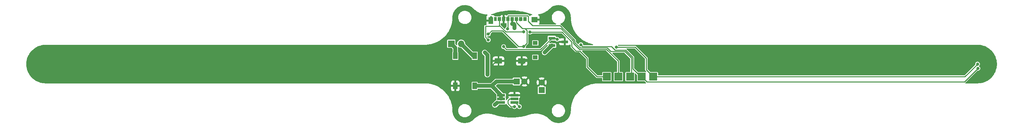
<source format=gbr>
%TF.GenerationSoftware,KiCad,Pcbnew,7.0.9-7.0.9~ubuntu22.04.1*%
%TF.CreationDate,2023-12-22T18:08:49-07:00*%
%TF.ProjectId,tiny_pov_arm,74696e79-5f70-46f7-965f-61726d2e6b69,rev?*%
%TF.SameCoordinates,Original*%
%TF.FileFunction,Copper,L2,Bot*%
%TF.FilePolarity,Positive*%
%FSLAX46Y46*%
G04 Gerber Fmt 4.6, Leading zero omitted, Abs format (unit mm)*
G04 Created by KiCad (PCBNEW 7.0.9-7.0.9~ubuntu22.04.1) date 2023-12-22 18:08:49*
%MOMM*%
%LPD*%
G01*
G04 APERTURE LIST*
%TA.AperFunction,SMDPad,CuDef*%
%ADD10R,2.000000X2.000000*%
%TD*%
%TA.AperFunction,ComponentPad*%
%ADD11R,1.700000X1.700000*%
%TD*%
%TA.AperFunction,ComponentPad*%
%ADD12O,1.700000X1.700000*%
%TD*%
%TA.AperFunction,SMDPad,CuDef*%
%ADD13R,1.143000X1.701800*%
%TD*%
%TA.AperFunction,ComponentPad*%
%ADD14R,1.600000X1.600000*%
%TD*%
%TA.AperFunction,ComponentPad*%
%ADD15C,1.600000*%
%TD*%
%TA.AperFunction,SMDPad,CuDef*%
%ADD16R,0.850000X1.100000*%
%TD*%
%TA.AperFunction,SMDPad,CuDef*%
%ADD17R,0.750000X1.100000*%
%TD*%
%TA.AperFunction,SMDPad,CuDef*%
%ADD18R,1.200000X1.000000*%
%TD*%
%TA.AperFunction,SMDPad,CuDef*%
%ADD19R,1.550000X1.350000*%
%TD*%
%TA.AperFunction,SMDPad,CuDef*%
%ADD20R,1.900000X1.350000*%
%TD*%
%TA.AperFunction,SMDPad,CuDef*%
%ADD21R,1.170000X1.800000*%
%TD*%
%TA.AperFunction,SMDPad,CuDef*%
%ADD22R,2.000000X0.650000*%
%TD*%
%TA.AperFunction,SMDPad,CuDef*%
%ADD23R,1.800000X0.800000*%
%TD*%
%TA.AperFunction,ViaPad*%
%ADD24C,0.800000*%
%TD*%
%TA.AperFunction,Conductor*%
%ADD25C,0.250000*%
%TD*%
%TA.AperFunction,Conductor*%
%ADD26C,1.000000*%
%TD*%
%TA.AperFunction,Conductor*%
%ADD27C,0.500000*%
%TD*%
G04 APERTURE END LIST*
D10*
%TO.P,TP1,1*%
%TO.N,LED_CLK*%
X186500000Y-108250000D03*
%TD*%
%TO.P,TP2,1*%
%TO.N,LED_DATA*%
X183500000Y-108250000D03*
%TD*%
%TO.P,TP3,1*%
%TO.N,SD_SCK*%
X180500000Y-108250000D03*
%TD*%
%TO.P,TP4,1*%
%TO.N,SD_MOSI*%
X177500000Y-108250000D03*
%TD*%
%TO.P,TP5,1*%
%TO.N,SD_MISO*%
X174500000Y-108250000D03*
%TD*%
D11*
%TO.P,J1,1*%
%TO.N,Vac_a*%
X134460000Y-99750000D03*
D12*
%TO.P,J1,2*%
%TO.N,Vac_b*%
X137000000Y-99750000D03*
%TD*%
D13*
%TO.P,BR1,1*%
%TO.N,V_rect_plus*%
X140500000Y-110648900D03*
%TO.P,BR1,2*%
%TO.N,Vac_b*%
X140500000Y-102851100D03*
%TO.P,BR1,3*%
%TO.N,GND*%
X135500000Y-110648900D03*
%TO.P,BR1,4*%
%TO.N,Vac_a*%
X135500000Y-102851100D03*
%TD*%
D14*
%TO.P,C1,1*%
%TO.N,V_rect_plus*%
X151294888Y-109500000D03*
D15*
%TO.P,C1,2*%
%TO.N,GND*%
X153294888Y-109500000D03*
%TD*%
D16*
%TO.P,J2,1*%
%TO.N,N/C*%
X153460000Y-93387500D03*
%TO.P,J2,2*%
%TO.N,SD_CS*%
X152360000Y-93387500D03*
%TO.P,J2,3*%
%TO.N,SD_MOSI*%
X151260000Y-93387500D03*
%TO.P,J2,4*%
%TO.N,Vdd*%
X150160000Y-93387500D03*
%TO.P,J2,5*%
%TO.N,SD_SCK*%
X149060000Y-93387500D03*
%TO.P,J2,6*%
%TO.N,GND*%
X147960000Y-93387500D03*
%TO.P,J2,7*%
%TO.N,SD_MISO*%
X146860000Y-93387500D03*
D17*
%TO.P,J2,8*%
%TO.N,N/C*%
X145810000Y-93387500D03*
D18*
%TO.P,J2,9*%
X156095000Y-99537500D03*
%TO.P,J2,10*%
X156095000Y-103237500D03*
D19*
%TO.P,J2,11*%
%TO.N,GND*%
X155920000Y-93512500D03*
D20*
X152595000Y-104212500D03*
X146625000Y-104212500D03*
D21*
X144600000Y-93737500D03*
%TD*%
D22*
%TO.P,U1,1*%
%TO.N,Vdd*%
X147290000Y-114950000D03*
%TO.P,U1,2*%
%TO.N,V_rect_plus*%
X147290000Y-114000000D03*
%TO.P,U1,3*%
X147290000Y-113050000D03*
%TO.P,U1,4*%
%TO.N,GND*%
X150710000Y-113050000D03*
%TO.P,U1,5*%
%TO.N,SW*%
X150710000Y-114000000D03*
%TO.P,U1,6*%
%TO.N,BST*%
X150710000Y-114950000D03*
%TD*%
D23*
%TO.P,U2,1*%
%TO.N,Vdd*%
X160350000Y-100200000D03*
%TO.P,U2,2*%
%TO.N,HALL_DATA*%
X160350000Y-98300000D03*
%TO.P,U2,3*%
%TO.N,GND*%
X163650000Y-99250000D03*
%TD*%
D15*
%TO.P,C5,2*%
%TO.N,GND*%
X157750000Y-109750000D03*
D14*
%TO.P,C5,1*%
%TO.N,Vdd*%
X157750000Y-111750000D03*
%TD*%
D24*
%TO.N,GND*%
X156000000Y-93500000D03*
X148000000Y-93000000D03*
X144750000Y-93000000D03*
%TO.N,Vdd*%
X158500000Y-102000000D03*
X143080000Y-102000000D03*
X143750000Y-107750000D03*
%TO.N,GND*%
X142250000Y-100250000D03*
X145750000Y-98000000D03*
X33750000Y-104000000D03*
X32750000Y-106750000D03*
X37500000Y-104000000D03*
X36500000Y-106750000D03*
X41250000Y-104000000D03*
X40250000Y-106750000D03*
X45000000Y-104000000D03*
X44000000Y-106750000D03*
X48750000Y-104000000D03*
X47750000Y-106750000D03*
X52500000Y-104000000D03*
X51500000Y-106750000D03*
X56250000Y-104000000D03*
X55250000Y-106750000D03*
X60000000Y-104000000D03*
X59000000Y-106750000D03*
X63750000Y-104000000D03*
X62750000Y-106750000D03*
X67500000Y-104000000D03*
X66500000Y-106750000D03*
X71250000Y-104000000D03*
X70250000Y-106750000D03*
X75000000Y-104000000D03*
X74000000Y-106750000D03*
X78750000Y-104000000D03*
X77750000Y-106750000D03*
X82500000Y-104000000D03*
X81500000Y-106750000D03*
X86250000Y-104000000D03*
X85250000Y-106750000D03*
X90000000Y-104000000D03*
X89000000Y-106750000D03*
X93750000Y-104000000D03*
X92750000Y-106750000D03*
X97500000Y-104000000D03*
X96500000Y-106750000D03*
X101250000Y-104000000D03*
X100250000Y-106750000D03*
X105000000Y-104000000D03*
X104000000Y-106750000D03*
X108750000Y-104000000D03*
X107750000Y-106750000D03*
X112500000Y-104000000D03*
X111500000Y-106750000D03*
X116250000Y-104000000D03*
X115250000Y-106750000D03*
X120000000Y-104000000D03*
X119000000Y-106750000D03*
X123750000Y-104000000D03*
X122750000Y-106750000D03*
X127500000Y-104000000D03*
X126500000Y-106750000D03*
X131250000Y-104000000D03*
X130250000Y-106750000D03*
X135750000Y-104500000D03*
X134000000Y-106750000D03*
X138750000Y-104000000D03*
X137750000Y-106750000D03*
X142500000Y-104000000D03*
X141500000Y-106750000D03*
X146250000Y-104000000D03*
X145250000Y-106750000D03*
X150000000Y-104000000D03*
X149000000Y-106750000D03*
X153750000Y-104000000D03*
X152750000Y-106750000D03*
X157500000Y-104000000D03*
X156500000Y-106750000D03*
X161250000Y-104000000D03*
X160250000Y-106750000D03*
X165000000Y-104000000D03*
X164000000Y-106750000D03*
X168750000Y-104000000D03*
X167750000Y-106750000D03*
X172500000Y-104000000D03*
X171500000Y-106750000D03*
X176250000Y-104000000D03*
X175249931Y-106546031D03*
X179849996Y-104100002D03*
X178999931Y-106546031D03*
X183750000Y-104000000D03*
X182750069Y-106546031D03*
X187500000Y-104000000D03*
X186499768Y-106545845D03*
X191250000Y-104000000D03*
X190250000Y-106750000D03*
X195000000Y-104000000D03*
X194000000Y-106750000D03*
X198750000Y-104000000D03*
X197750000Y-106750000D03*
X202500000Y-104000000D03*
X201500000Y-106750000D03*
X206250000Y-104000000D03*
X205250000Y-106750000D03*
X210000000Y-104000000D03*
X209000000Y-106750000D03*
X213750000Y-104000000D03*
X212750000Y-106750000D03*
X217500000Y-104000000D03*
X216500000Y-106750000D03*
X221250000Y-104000000D03*
X220250000Y-106750000D03*
X225000000Y-104000000D03*
X224000000Y-106750000D03*
X228750000Y-104000000D03*
X227750000Y-106750000D03*
X232500000Y-104000000D03*
X231500000Y-106750000D03*
X236250000Y-104000000D03*
X235250000Y-106750000D03*
X240000000Y-104000000D03*
X239000000Y-106750000D03*
X243750000Y-104000000D03*
X242750000Y-106750000D03*
X247500000Y-104000000D03*
X246500000Y-106750000D03*
X251250000Y-104000000D03*
X250250000Y-106750000D03*
X255000000Y-104000000D03*
X254000000Y-106750000D03*
X258750000Y-104000000D03*
X257750000Y-106750000D03*
X262500000Y-104000000D03*
X261500000Y-106750000D03*
X265250000Y-106750000D03*
X266250000Y-104000000D03*
%TO.N,LED_DATA*%
X167852248Y-99995424D03*
%TO.N,LED_CLK*%
X176959522Y-100617255D03*
%TO.N,SD_CS*%
X152284502Y-93500000D03*
%TO.N,SD_MISO*%
X154750000Y-96750000D03*
%TO.N,LED_DATA*%
X270104577Y-106104577D03*
%TO.N,LED_CLK*%
X270000000Y-105000000D03*
%TO.N,HALL_DATA*%
X147925000Y-100500000D03*
X161750000Y-98600000D03*
%TO.N,Vdd*%
X150750000Y-95750000D03*
%TO.N,SD_MISO*%
X144000000Y-98750000D03*
%TO.N,SD_MOSI*%
X144000000Y-97250000D03*
%TO.N,SD_SCK*%
X148920686Y-95902373D03*
%TO.N,SD_MISO*%
X153075000Y-96690000D03*
%TO.N,SD_MOSI*%
X153075000Y-100500000D03*
%TO.N,Vdd*%
X145687500Y-115562500D03*
%TO.N,BST*%
X152000000Y-116000000D03*
%TO.N,SW*%
X150750000Y-116000000D03*
%TD*%
D25*
%TO.N,GND*%
X186499768Y-106545845D02*
X186499768Y-105000232D01*
X186499768Y-105000232D02*
X187500000Y-104000000D01*
X182750069Y-106546031D02*
X182750069Y-104999931D01*
X182750069Y-104999931D02*
X183750000Y-104000000D01*
X178999931Y-106546031D02*
X178999931Y-104950067D01*
X178999931Y-104950067D02*
X179849996Y-104100002D01*
X175249931Y-106546031D02*
X175249931Y-105000069D01*
X175249931Y-105000069D02*
X176250000Y-104000000D01*
X134000000Y-106250000D02*
X135750000Y-104500000D01*
X134000000Y-106750000D02*
X134000000Y-106250000D01*
D26*
%TO.N,Vdd*%
X160350000Y-100200000D02*
X160300000Y-100200000D01*
X160300000Y-100200000D02*
X158500000Y-102000000D01*
D25*
%TO.N,SD_MISO*%
X174500000Y-108250000D02*
X171974695Y-108250000D01*
X171974695Y-108250000D02*
X169475000Y-105750305D01*
X169475000Y-105750305D02*
X169475000Y-103475000D01*
X169475000Y-103475000D02*
X167606147Y-101606147D01*
X167606147Y-101606147D02*
X166606147Y-101606147D01*
X166606147Y-101606147D02*
X165496000Y-100496000D01*
%TO.N,SD_SCK*%
X179209153Y-101750000D02*
X175558463Y-101750000D01*
X154250000Y-92638913D02*
X154123587Y-92512500D01*
X174617191Y-100808728D02*
X167640247Y-100808728D01*
X175558463Y-101750000D02*
X174617191Y-100808728D01*
X154123587Y-92512500D02*
X149135000Y-92512500D01*
X167640247Y-100808728D02*
X166250000Y-99418481D01*
X166250000Y-98833683D02*
X162492347Y-95076030D01*
X162492347Y-95076030D02*
X155383530Y-95076030D01*
X166250000Y-99418481D02*
X166250000Y-98833683D01*
X180855000Y-103395847D02*
X179209153Y-101750000D01*
X155383530Y-95076030D02*
X154250000Y-93942500D01*
%TO.N,SD_MOSI*%
X165873000Y-99574639D02*
X165873000Y-98989841D01*
%TO.N,SD_SCK*%
X149135000Y-92512500D02*
X149060000Y-92587500D01*
X149060000Y-92587500D02*
X149060000Y-93387500D01*
X180855000Y-107895000D02*
X180855000Y-103395847D01*
X154250000Y-93942500D02*
X154250000Y-92638913D01*
X180500000Y-108250000D02*
X180855000Y-107895000D01*
%TO.N,SD_MOSI*%
X177500000Y-104224695D02*
X174461033Y-101185728D01*
X177500000Y-108250000D02*
X177500000Y-104224695D01*
X167484089Y-101185728D02*
X165873000Y-99574639D01*
X162718159Y-95835000D02*
X153429153Y-95835000D01*
X174461033Y-101185728D02*
X167484089Y-101185728D01*
X165873000Y-98989841D02*
X162718159Y-95835000D01*
%TO.N,LED_DATA*%
X183500000Y-108250000D02*
X183224695Y-108250000D01*
X176623000Y-101373000D02*
X175675000Y-100425000D01*
X175675000Y-100425000D02*
X168281824Y-100425000D01*
X179365311Y-101373000D02*
X176623000Y-101373000D01*
X181232000Y-103239689D02*
X179365311Y-101373000D01*
X181232000Y-106257305D02*
X181232000Y-103239689D01*
X183224695Y-108250000D02*
X181232000Y-106257305D01*
X168281824Y-100425000D02*
X167852248Y-99995424D01*
%TO.N,LED_CLK*%
X186500000Y-108250000D02*
X184712517Y-106462517D01*
X181812622Y-100617255D02*
X176959522Y-100617255D01*
X184712517Y-106462517D02*
X184712517Y-103517150D01*
X184712517Y-103517150D02*
X181812622Y-100617255D01*
D26*
%TO.N,Vdd*%
X143750000Y-107750000D02*
X143750000Y-102670000D01*
X143750000Y-102670000D02*
X143080000Y-102000000D01*
D25*
%TO.N,GND*%
X32750000Y-105000000D02*
X32750000Y-106750000D01*
X33750000Y-104000000D02*
X32750000Y-105000000D01*
X36500000Y-105000000D02*
X36500000Y-106750000D01*
X37500000Y-104000000D02*
X36500000Y-105000000D01*
X40250000Y-105000000D02*
X40250000Y-106750000D01*
X41250000Y-104000000D02*
X40250000Y-105000000D01*
X44000000Y-105000000D02*
X44000000Y-106750000D01*
X45000000Y-104000000D02*
X44000000Y-105000000D01*
X47750000Y-105000000D02*
X47750000Y-106750000D01*
X48750000Y-104000000D02*
X47750000Y-105000000D01*
X51500000Y-105000000D02*
X51500000Y-106750000D01*
X52500000Y-104000000D02*
X51500000Y-105000000D01*
X55250000Y-105000000D02*
X55250000Y-106750000D01*
X56250000Y-104000000D02*
X55250000Y-105000000D01*
X59000000Y-105000000D02*
X59000000Y-106750000D01*
X60000000Y-104000000D02*
X59000000Y-105000000D01*
X62750000Y-105000000D02*
X62750000Y-106750000D01*
X63750000Y-104000000D02*
X62750000Y-105000000D01*
X66500000Y-105000000D02*
X66500000Y-106750000D01*
X67500000Y-104000000D02*
X66500000Y-105000000D01*
X70250000Y-105000000D02*
X70250000Y-106750000D01*
X71250000Y-104000000D02*
X70250000Y-105000000D01*
X74000000Y-105000000D02*
X74000000Y-106750000D01*
X75000000Y-104000000D02*
X74000000Y-105000000D01*
X77750000Y-105000000D02*
X77750000Y-106750000D01*
X78750000Y-104000000D02*
X77750000Y-105000000D01*
X81500000Y-105000000D02*
X81500000Y-106750000D01*
X82500000Y-104000000D02*
X81500000Y-105000000D01*
X85250000Y-105000000D02*
X85250000Y-106750000D01*
X86250000Y-104000000D02*
X85250000Y-105000000D01*
X89000000Y-105000000D02*
X89000000Y-106750000D01*
X90000000Y-104000000D02*
X89000000Y-105000000D01*
X92750000Y-105000000D02*
X92750000Y-106750000D01*
X93750000Y-104000000D02*
X92750000Y-105000000D01*
X96500000Y-105000000D02*
X96500000Y-106750000D01*
X97500000Y-104000000D02*
X96500000Y-105000000D01*
X100250000Y-105000000D02*
X100250000Y-106750000D01*
X101250000Y-104000000D02*
X100250000Y-105000000D01*
X104000000Y-105000000D02*
X104000000Y-106750000D01*
X105000000Y-104000000D02*
X104000000Y-105000000D01*
X107750000Y-105000000D02*
X107750000Y-106750000D01*
X108750000Y-104000000D02*
X107750000Y-105000000D01*
X111500000Y-105000000D02*
X111500000Y-106750000D01*
X112500000Y-104000000D02*
X111500000Y-105000000D01*
X115250000Y-105000000D02*
X115250000Y-106750000D01*
X116250000Y-104000000D02*
X115250000Y-105000000D01*
X119000000Y-105000000D02*
X119000000Y-106750000D01*
X120000000Y-104000000D02*
X119000000Y-105000000D01*
X122750000Y-105000000D02*
X122750000Y-106750000D01*
X123750000Y-104000000D02*
X122750000Y-105000000D01*
X126500000Y-105000000D02*
X126500000Y-106750000D01*
X127500000Y-104000000D02*
X126500000Y-105000000D01*
X130250000Y-105000000D02*
X130250000Y-106750000D01*
X131250000Y-104000000D02*
X130250000Y-105000000D01*
X137750000Y-105000000D02*
X137750000Y-106750000D01*
X138750000Y-104000000D02*
X137750000Y-105000000D01*
X141500000Y-105000000D02*
X141500000Y-106750000D01*
X142500000Y-104000000D02*
X141500000Y-105000000D01*
X145250000Y-105000000D02*
X145250000Y-106750000D01*
X146250000Y-104000000D02*
X145250000Y-105000000D01*
X149000000Y-105000000D02*
X149000000Y-106750000D01*
X150000000Y-104000000D02*
X149000000Y-105000000D01*
X152750000Y-105000000D02*
X152750000Y-106750000D01*
X153750000Y-104000000D02*
X152750000Y-105000000D01*
X156500000Y-105000000D02*
X156500000Y-106750000D01*
X157500000Y-104000000D02*
X156500000Y-105000000D01*
X160250000Y-105000000D02*
X160250000Y-106750000D01*
X161250000Y-104000000D02*
X160250000Y-105000000D01*
X164000000Y-105000000D02*
X164000000Y-106750000D01*
X165000000Y-104000000D02*
X164000000Y-105000000D01*
X167750000Y-105000000D02*
X167750000Y-106750000D01*
X168750000Y-104000000D02*
X167750000Y-105000000D01*
X171500000Y-105000000D02*
X171500000Y-106750000D01*
X172500000Y-104000000D02*
X171500000Y-105000000D01*
X190250000Y-105000000D02*
X190250000Y-106750000D01*
X191250000Y-104000000D02*
X190250000Y-105000000D01*
X194000000Y-105000000D02*
X194000000Y-106750000D01*
X195000000Y-104000000D02*
X194000000Y-105000000D01*
X197750000Y-105000000D02*
X197750000Y-106750000D01*
X198750000Y-104000000D02*
X197750000Y-105000000D01*
X201500000Y-105000000D02*
X201500000Y-106750000D01*
X202500000Y-104000000D02*
X201500000Y-105000000D01*
X205250000Y-105000000D02*
X205250000Y-106750000D01*
X206250000Y-104000000D02*
X205250000Y-105000000D01*
X209000000Y-105000000D02*
X209000000Y-106750000D01*
X210000000Y-104000000D02*
X209000000Y-105000000D01*
X212750000Y-105000000D02*
X212750000Y-106750000D01*
X213750000Y-104000000D02*
X212750000Y-105000000D01*
X216500000Y-105000000D02*
X216500000Y-106750000D01*
X217500000Y-104000000D02*
X216500000Y-105000000D01*
X220250000Y-105000000D02*
X220250000Y-106750000D01*
X221250000Y-104000000D02*
X220250000Y-105000000D01*
X224000000Y-105000000D02*
X224000000Y-106750000D01*
X225000000Y-104000000D02*
X224000000Y-105000000D01*
X227750000Y-105000000D02*
X227750000Y-106750000D01*
X228750000Y-104000000D02*
X227750000Y-105000000D01*
X231500000Y-105000000D02*
X231500000Y-106750000D01*
X232500000Y-104000000D02*
X231500000Y-105000000D01*
X235250000Y-105000000D02*
X235250000Y-106750000D01*
X236250000Y-104000000D02*
X235250000Y-105000000D01*
X239000000Y-105000000D02*
X239000000Y-106750000D01*
X240000000Y-104000000D02*
X239000000Y-105000000D01*
X242750000Y-105000000D02*
X242750000Y-106750000D01*
X243750000Y-104000000D02*
X242750000Y-105000000D01*
X246500000Y-105000000D02*
X246500000Y-106750000D01*
X247500000Y-104000000D02*
X246500000Y-105000000D01*
X250250000Y-105000000D02*
X250250000Y-106750000D01*
X251250000Y-104000000D02*
X250250000Y-105000000D01*
X254000000Y-105000000D02*
X254000000Y-106750000D01*
X255000000Y-104000000D02*
X254000000Y-105000000D01*
X257750000Y-105000000D02*
X257750000Y-106750000D01*
X258750000Y-104000000D02*
X257750000Y-105000000D01*
X261500000Y-105000000D02*
X261500000Y-106750000D01*
X262500000Y-104000000D02*
X261500000Y-105000000D01*
X266250000Y-104000000D02*
X265250000Y-105000000D01*
X265250000Y-105000000D02*
X265250000Y-106750000D01*
%TO.N,LED_DATA*%
X266634154Y-109575000D02*
X270104577Y-106104577D01*
%TO.N,LED_CLK*%
X266750000Y-108250000D02*
X270000000Y-105000000D01*
%TO.N,LED_DATA*%
X183500000Y-108250000D02*
X184825000Y-109575000D01*
X184825000Y-109575000D02*
X266634154Y-109575000D01*
%TO.N,LED_CLK*%
X186500000Y-108250000D02*
X266750000Y-108250000D01*
%TO.N,SD_MISO*%
X163000000Y-96750000D02*
X154750000Y-96750000D01*
X165496000Y-100496000D02*
X165496000Y-99246000D01*
X165496000Y-99246000D02*
X163000000Y-96750000D01*
%TO.N,SD_MOSI*%
X151260000Y-94300847D02*
X152794153Y-95835000D01*
%TO.N,SD_CS*%
X152360000Y-93387500D02*
X152360000Y-93424502D01*
X152360000Y-93424502D02*
X152284502Y-93500000D01*
%TO.N,HALL_DATA*%
X160350000Y-98300000D02*
X157425000Y-101225000D01*
X157425000Y-101225000D02*
X148650000Y-101225000D01*
X148650000Y-101225000D02*
X147925000Y-100500000D01*
X160350000Y-98300000D02*
X161450000Y-98300000D01*
X161450000Y-98300000D02*
X161750000Y-98600000D01*
%TO.N,SD_MOSI*%
X151260000Y-93387500D02*
X151260000Y-94300847D01*
X153930000Y-96335847D02*
X153930000Y-99645000D01*
X152794153Y-95835000D02*
X153429153Y-95835000D01*
X153429153Y-95835000D02*
X153930000Y-96335847D01*
X153930000Y-99645000D02*
X153075000Y-100500000D01*
X144000000Y-97250000D02*
X144877000Y-96373000D01*
X144877000Y-96373000D02*
X147656159Y-96373000D01*
X147656159Y-96373000D02*
X151783159Y-100500000D01*
X151783159Y-100500000D02*
X153075000Y-100500000D01*
D27*
%TO.N,Vdd*%
X150135000Y-94637500D02*
X150160000Y-94612500D01*
X150160000Y-94612500D02*
X150160000Y-93387500D01*
D26*
X150750000Y-94854336D02*
X150533164Y-94637500D01*
X150533164Y-94637500D02*
X150135000Y-94637500D01*
X150750000Y-95750000D02*
X150750000Y-94854336D01*
D25*
%TO.N,SD_MISO*%
X146860000Y-93387500D02*
X146860000Y-95043683D01*
X143250000Y-98000000D02*
X143250000Y-95250000D01*
X144000000Y-98750000D02*
X143250000Y-98000000D01*
X148506317Y-96690000D02*
X153075000Y-96690000D01*
X143250000Y-95250000D02*
X146653683Y-95250000D01*
X146653683Y-95250000D02*
X146860000Y-95043683D01*
X146860000Y-95043683D02*
X148506317Y-96690000D01*
%TO.N,SD_SCK*%
X149060000Y-95763059D02*
X148920686Y-95902373D01*
X149060000Y-93387500D02*
X149060000Y-95763059D01*
D26*
%TO.N,V_rect_plus*%
X151294888Y-109500000D02*
X146037800Y-109500000D01*
X146037800Y-109500000D02*
X144888900Y-110648900D01*
%TO.N,Vdd*%
X145687500Y-115562500D02*
X146225000Y-115025000D01*
D25*
%TO.N,BST*%
X150710000Y-114950000D02*
X150950000Y-114950000D01*
X150950000Y-114950000D02*
X152000000Y-116000000D01*
%TO.N,SW*%
X150750000Y-116000000D02*
X149785000Y-116000000D01*
X149785000Y-116000000D02*
X149000000Y-115215000D01*
X149000000Y-115215000D02*
X149000000Y-114460000D01*
X149000000Y-114460000D02*
X149460000Y-114000000D01*
X149460000Y-114000000D02*
X150710000Y-114000000D01*
D26*
%TO.N,V_rect_plus*%
X147290000Y-113050000D02*
X147290000Y-113925000D01*
X140500000Y-110648900D02*
X144888900Y-110648900D01*
X144888900Y-110648900D02*
X147290000Y-113050000D01*
%TO.N,Vac_b*%
X140500000Y-102851100D02*
X140101100Y-102851100D01*
X140101100Y-102851100D02*
X137000000Y-99750000D01*
%TO.N,Vac_a*%
X135500000Y-102851100D02*
X135500000Y-100790000D01*
X135500000Y-100790000D02*
X134460000Y-99750000D01*
%TD*%
%TA.AperFunction,Conductor*%
%TO.N,GND*%
G36*
X138008314Y-89747422D02*
G01*
X138173403Y-89756694D01*
X138353029Y-89772770D01*
X138357840Y-89773393D01*
X138520309Y-89800998D01*
X138697432Y-89836232D01*
X138702482Y-89837459D01*
X138860100Y-89882868D01*
X139031223Y-89936452D01*
X139032876Y-89936970D01*
X139038070Y-89938854D01*
X139188640Y-90001224D01*
X139355350Y-90073792D01*
X139360591Y-90076374D01*
X139501523Y-90154265D01*
X139660970Y-90245064D01*
X139666171Y-90248378D01*
X139793978Y-90339064D01*
X139846752Y-90377120D01*
X139946085Y-90448751D01*
X139951138Y-90452813D01*
X140052174Y-90543107D01*
X140070386Y-90559466D01*
X140205387Y-90680734D01*
X140207778Y-90683001D01*
X140288406Y-90763609D01*
X140350795Y-90825983D01*
X140505552Y-90957830D01*
X140662039Y-91091150D01*
X140662038Y-91091149D01*
X140966714Y-91311370D01*
X140993409Y-91330665D01*
X141044653Y-91361809D01*
X141342812Y-91543019D01*
X141342813Y-91543019D01*
X141342816Y-91543021D01*
X141440457Y-91592171D01*
X141708032Y-91726863D01*
X141967727Y-91832576D01*
X142086734Y-91881020D01*
X142086736Y-91881020D01*
X142086737Y-91881021D01*
X142476506Y-92004512D01*
X142874890Y-92096558D01*
X142874891Y-92096558D01*
X142874892Y-92096558D01*
X142874896Y-92096559D01*
X143279345Y-92156569D01*
X143687289Y-92184164D01*
X143687294Y-92184163D01*
X143689410Y-92184307D01*
X143754968Y-92208471D01*
X143797055Y-92264242D01*
X143802308Y-92333914D01*
X143769060Y-92395366D01*
X143755353Y-92407290D01*
X143657809Y-92480312D01*
X143571649Y-92595406D01*
X143571645Y-92595413D01*
X143521403Y-92730120D01*
X143521401Y-92730127D01*
X143515000Y-92789655D01*
X143515000Y-93487500D01*
X144726000Y-93487500D01*
X144793039Y-93507185D01*
X144838794Y-93559989D01*
X144850000Y-93611500D01*
X144850000Y-93863500D01*
X144830315Y-93930539D01*
X144777511Y-93976294D01*
X144726000Y-93987500D01*
X143515000Y-93987500D01*
X143515000Y-94685344D01*
X143521401Y-94744872D01*
X143521403Y-94744879D01*
X143525986Y-94757167D01*
X143530970Y-94826859D01*
X143497485Y-94888182D01*
X143436161Y-94921666D01*
X143409804Y-94924500D01*
X143192605Y-94924500D01*
X143175609Y-94930684D01*
X143154752Y-94936272D01*
X143136958Y-94939410D01*
X143136955Y-94939412D01*
X143121304Y-94948447D01*
X143101726Y-94957576D01*
X143084744Y-94963757D01*
X143084738Y-94963761D01*
X143070894Y-94975377D01*
X143053192Y-94987772D01*
X143037548Y-94996803D01*
X143037541Y-94996809D01*
X143025924Y-95010653D01*
X143010651Y-95025926D01*
X142996810Y-95037541D01*
X142996802Y-95037550D01*
X142987769Y-95053195D01*
X142975377Y-95070892D01*
X142963763Y-95084733D01*
X142963758Y-95084743D01*
X142957576Y-95101725D01*
X142948448Y-95121301D01*
X142939414Y-95136949D01*
X142939412Y-95136956D01*
X142936275Y-95154747D01*
X142930681Y-95175624D01*
X142924500Y-95192605D01*
X142924500Y-97983078D01*
X142924264Y-97988485D01*
X142920735Y-98028808D01*
X142931212Y-98067910D01*
X142932383Y-98073190D01*
X142939411Y-98113043D01*
X142941235Y-98118055D01*
X142948197Y-98134861D01*
X142950445Y-98139681D01*
X142950446Y-98139684D01*
X142953691Y-98144318D01*
X142973655Y-98172831D01*
X142976561Y-98177392D01*
X142996806Y-98212455D01*
X143027815Y-98238475D01*
X143031805Y-98242131D01*
X143367988Y-98578314D01*
X143401473Y-98639637D01*
X143403246Y-98682179D01*
X143394318Y-98749997D01*
X143394318Y-98750001D01*
X143414955Y-98906760D01*
X143414956Y-98906762D01*
X143460927Y-99017747D01*
X143475464Y-99052841D01*
X143571718Y-99178282D01*
X143697159Y-99274536D01*
X143843238Y-99335044D01*
X143921619Y-99345363D01*
X143999999Y-99355682D01*
X144000000Y-99355682D01*
X144000001Y-99355682D01*
X144073193Y-99346046D01*
X144156762Y-99335044D01*
X144302841Y-99274536D01*
X144428282Y-99178282D01*
X144524536Y-99052841D01*
X144585044Y-98906762D01*
X144605682Y-98750000D01*
X144601816Y-98720638D01*
X144591923Y-98645492D01*
X144585044Y-98593238D01*
X144524536Y-98447159D01*
X144428282Y-98321718D01*
X144302841Y-98225464D01*
X144156762Y-98164956D01*
X144156760Y-98164955D01*
X144000001Y-98144318D01*
X143999997Y-98144318D01*
X143932179Y-98153246D01*
X143863144Y-98142480D01*
X143828314Y-98117988D01*
X143758509Y-98048183D01*
X143725024Y-97986860D01*
X143730008Y-97917168D01*
X143771880Y-97861235D01*
X143837344Y-97836818D01*
X143862370Y-97837562D01*
X144000000Y-97855682D01*
X144000001Y-97855682D01*
X144052254Y-97848802D01*
X144156762Y-97835044D01*
X144302841Y-97774536D01*
X144428282Y-97678282D01*
X144524536Y-97552841D01*
X144585044Y-97406762D01*
X144605682Y-97250000D01*
X144596753Y-97182180D01*
X144607518Y-97113146D01*
X144632011Y-97078314D01*
X144694826Y-97015500D01*
X144818700Y-96891625D01*
X144975508Y-96734819D01*
X145036831Y-96701334D01*
X145063189Y-96698500D01*
X147469971Y-96698500D01*
X147537010Y-96718185D01*
X147557651Y-96734818D01*
X149537531Y-98714699D01*
X151510651Y-100687819D01*
X151544136Y-100749142D01*
X151539152Y-100818834D01*
X151497280Y-100874767D01*
X151431816Y-100899184D01*
X151422970Y-100899500D01*
X148836188Y-100899500D01*
X148769149Y-100879815D01*
X148748507Y-100863181D01*
X148557011Y-100671685D01*
X148523526Y-100610362D01*
X148521753Y-100567818D01*
X148530682Y-100500000D01*
X148530682Y-100499998D01*
X148513772Y-100371554D01*
X148510044Y-100343238D01*
X148449536Y-100197159D01*
X148353282Y-100071718D01*
X148227841Y-99975464D01*
X148201504Y-99964555D01*
X148081762Y-99914956D01*
X148081760Y-99914955D01*
X147925001Y-99894318D01*
X147924999Y-99894318D01*
X147768239Y-99914955D01*
X147768237Y-99914956D01*
X147622160Y-99975463D01*
X147496718Y-100071718D01*
X147400463Y-100197160D01*
X147339956Y-100343237D01*
X147339955Y-100343239D01*
X147319318Y-100499998D01*
X147319318Y-100500001D01*
X147339955Y-100656760D01*
X147339956Y-100656762D01*
X147379899Y-100753194D01*
X147400464Y-100802841D01*
X147496718Y-100928282D01*
X147622159Y-101024536D01*
X147768238Y-101085044D01*
X147796548Y-101088771D01*
X147924999Y-101105682D01*
X147925000Y-101105682D01*
X147925001Y-101105682D01*
X147981737Y-101098212D01*
X147992818Y-101096753D01*
X148061853Y-101107518D01*
X148096685Y-101132011D01*
X148407863Y-101443189D01*
X148411518Y-101447178D01*
X148437541Y-101478190D01*
X148437543Y-101478191D01*
X148437545Y-101478194D01*
X148437547Y-101478195D01*
X148437548Y-101478196D01*
X148472599Y-101498433D01*
X148477162Y-101501339D01*
X148510316Y-101524554D01*
X148510319Y-101524554D01*
X148515176Y-101526820D01*
X148531933Y-101533760D01*
X148536953Y-101535587D01*
X148536955Y-101535588D01*
X148572806Y-101541909D01*
X148576808Y-101542615D01*
X148582080Y-101543783D01*
X148621193Y-101554264D01*
X148661522Y-101550735D01*
X148666924Y-101550500D01*
X157408078Y-101550500D01*
X157413481Y-101550735D01*
X157453807Y-101554264D01*
X157492940Y-101543777D01*
X157498162Y-101542619D01*
X157538045Y-101535588D01*
X157538050Y-101535584D01*
X157543099Y-101533747D01*
X157559824Y-101526819D01*
X157564681Y-101524554D01*
X157564684Y-101524554D01*
X157597841Y-101501335D01*
X157602390Y-101498438D01*
X157637455Y-101478194D01*
X157637459Y-101478190D01*
X157663476Y-101447182D01*
X157667122Y-101443202D01*
X159037820Y-100072504D01*
X159099142Y-100039021D01*
X159168834Y-100044005D01*
X159224767Y-100085877D01*
X159249184Y-100151341D01*
X159249500Y-100160187D01*
X159249500Y-100208480D01*
X159229815Y-100275519D01*
X159213181Y-100296161D01*
X157974712Y-101534629D01*
X157896121Y-101634944D01*
X157826306Y-101790064D01*
X157826304Y-101790068D01*
X157795642Y-101957392D01*
X157795642Y-101957395D01*
X157797037Y-101980447D01*
X157805914Y-102127196D01*
X157856522Y-102289606D01*
X157924345Y-102401799D01*
X157944530Y-102435188D01*
X158064811Y-102555469D01*
X158064813Y-102555470D01*
X158064815Y-102555472D01*
X158210394Y-102643478D01*
X158372804Y-102694086D01*
X158542606Y-102704358D01*
X158709932Y-102673695D01*
X158865057Y-102603878D01*
X158965367Y-102525290D01*
X160639629Y-100851026D01*
X160672173Y-100829996D01*
X160671286Y-100828305D01*
X160677923Y-100824820D01*
X160677930Y-100824818D01*
X160681356Y-100822452D01*
X160684263Y-100821494D01*
X160684572Y-100821332D01*
X160684598Y-100821383D01*
X160747710Y-100800567D01*
X160751800Y-100800500D01*
X161269750Y-100800500D01*
X161269751Y-100800499D01*
X161284568Y-100797552D01*
X161328229Y-100788868D01*
X161328229Y-100788867D01*
X161328231Y-100788867D01*
X161394552Y-100744552D01*
X161438867Y-100678231D01*
X161438867Y-100678229D01*
X161438868Y-100678229D01*
X161450124Y-100621637D01*
X161450500Y-100619748D01*
X161450500Y-99780252D01*
X161450500Y-99780249D01*
X161450499Y-99780247D01*
X161438868Y-99721770D01*
X161438867Y-99721769D01*
X161394552Y-99655447D01*
X161328230Y-99611132D01*
X161328229Y-99611131D01*
X161269752Y-99599500D01*
X161269748Y-99599500D01*
X160751800Y-99599500D01*
X160684761Y-99579815D01*
X160681389Y-99577570D01*
X160677930Y-99575182D01*
X160677928Y-99575181D01*
X160518874Y-99514860D01*
X160518868Y-99514859D01*
X160396492Y-99500000D01*
X162250000Y-99500000D01*
X162250000Y-99697844D01*
X162256401Y-99757372D01*
X162256403Y-99757379D01*
X162306645Y-99892086D01*
X162306649Y-99892093D01*
X162392809Y-100007187D01*
X162392812Y-100007190D01*
X162507906Y-100093350D01*
X162507913Y-100093354D01*
X162642620Y-100143596D01*
X162642627Y-100143598D01*
X162702155Y-100149999D01*
X162702172Y-100150000D01*
X163400000Y-100150000D01*
X163400000Y-99500000D01*
X162250000Y-99500000D01*
X160396492Y-99500000D01*
X160392374Y-99499500D01*
X160392372Y-99499500D01*
X160323036Y-99499500D01*
X160319292Y-99499387D01*
X160257397Y-99495643D01*
X160257390Y-99495643D01*
X160196402Y-99506819D01*
X160192701Y-99507382D01*
X160131125Y-99514860D01*
X160121642Y-99518456D01*
X160100038Y-99524478D01*
X160098535Y-99524754D01*
X160090065Y-99526306D01*
X160090063Y-99526307D01*
X160033527Y-99551752D01*
X160030069Y-99553184D01*
X159972070Y-99575181D01*
X159968644Y-99577547D01*
X159965734Y-99578506D01*
X159965429Y-99578667D01*
X159965402Y-99578616D01*
X159902290Y-99599433D01*
X159898200Y-99599500D01*
X159810188Y-99599500D01*
X159743149Y-99579815D01*
X159697394Y-99527011D01*
X159687450Y-99457853D01*
X159716475Y-99394297D01*
X159722507Y-99387819D01*
X160173507Y-98936819D01*
X160234830Y-98903334D01*
X160261188Y-98900500D01*
X161162518Y-98900500D01*
X161229557Y-98920185D01*
X161260892Y-98949013D01*
X161285137Y-98980608D01*
X161313635Y-99017749D01*
X161321718Y-99028282D01*
X161447159Y-99124536D01*
X161593238Y-99185044D01*
X161671619Y-99195363D01*
X161749999Y-99205682D01*
X161750000Y-99205682D01*
X161750001Y-99205682D01*
X161802254Y-99198802D01*
X161906762Y-99185044D01*
X162052841Y-99124536D01*
X162178282Y-99028282D01*
X162178281Y-99028282D01*
X162181746Y-99025624D01*
X162246915Y-99000430D01*
X162257232Y-99000000D01*
X163400000Y-99000000D01*
X163400000Y-98350000D01*
X162702155Y-98350000D01*
X162642627Y-98356401D01*
X162642620Y-98356403D01*
X162507913Y-98406645D01*
X162507906Y-98406649D01*
X162492175Y-98418426D01*
X162426711Y-98442843D01*
X162358438Y-98427991D01*
X162309033Y-98378586D01*
X162303304Y-98366611D01*
X162274537Y-98297161D01*
X162274536Y-98297160D01*
X162274536Y-98297159D01*
X162178282Y-98171718D01*
X162052841Y-98075464D01*
X162040917Y-98070525D01*
X161906762Y-98014956D01*
X161906760Y-98014955D01*
X161750001Y-97994318D01*
X161749997Y-97994318D01*
X161650564Y-98007408D01*
X161601081Y-97999791D01*
X161600154Y-98003251D01*
X161591394Y-98000903D01*
X161568055Y-97991235D01*
X161563047Y-97989412D01*
X161556347Y-97988230D01*
X161552098Y-97987481D01*
X161489497Y-97956454D01*
X161453608Y-97896506D01*
X161451776Y-97886208D01*
X161451689Y-97886226D01*
X161438868Y-97821770D01*
X161438867Y-97821769D01*
X161394552Y-97755447D01*
X161328230Y-97711132D01*
X161328229Y-97711131D01*
X161269752Y-97699500D01*
X161269748Y-97699500D01*
X159430252Y-97699500D01*
X159430247Y-97699500D01*
X159371770Y-97711131D01*
X159371769Y-97711132D01*
X159305447Y-97755447D01*
X159261132Y-97821769D01*
X159261131Y-97821770D01*
X159249500Y-97880247D01*
X159249500Y-98719752D01*
X159261131Y-98778229D01*
X159264799Y-98783717D01*
X159285679Y-98850394D01*
X159267196Y-98917775D01*
X159249380Y-98940292D01*
X157326493Y-100863181D01*
X157265170Y-100896666D01*
X157238812Y-100899500D01*
X153745078Y-100899500D01*
X153678039Y-100879815D01*
X153632284Y-100827011D01*
X153622340Y-100757853D01*
X153630517Y-100728048D01*
X153647925Y-100686020D01*
X153660044Y-100656762D01*
X153680682Y-100500000D01*
X153677927Y-100479078D01*
X153671753Y-100432180D01*
X153682518Y-100363145D01*
X153707008Y-100328316D01*
X153978072Y-100057252D01*
X155294500Y-100057252D01*
X155306131Y-100115729D01*
X155306132Y-100115730D01*
X155350447Y-100182052D01*
X155416769Y-100226367D01*
X155416770Y-100226368D01*
X155475247Y-100237999D01*
X155475250Y-100238000D01*
X155475252Y-100238000D01*
X156714750Y-100238000D01*
X156714751Y-100237999D01*
X156729568Y-100235052D01*
X156773229Y-100226368D01*
X156773229Y-100226367D01*
X156773231Y-100226367D01*
X156839552Y-100182052D01*
X156883867Y-100115731D01*
X156883867Y-100115729D01*
X156883868Y-100115729D01*
X156895499Y-100057252D01*
X156895500Y-100057250D01*
X156895500Y-99017749D01*
X156895499Y-99017747D01*
X156883868Y-98959270D01*
X156883867Y-98959269D01*
X156839552Y-98892947D01*
X156773230Y-98848632D01*
X156773229Y-98848631D01*
X156714752Y-98837000D01*
X156714748Y-98837000D01*
X155475252Y-98837000D01*
X155475247Y-98837000D01*
X155416770Y-98848631D01*
X155416769Y-98848632D01*
X155350447Y-98892947D01*
X155306132Y-98959269D01*
X155306131Y-98959270D01*
X155294500Y-99017747D01*
X155294500Y-100057252D01*
X153978072Y-100057252D01*
X154148204Y-99887120D01*
X154152166Y-99883489D01*
X154183194Y-99857455D01*
X154203438Y-99822390D01*
X154206335Y-99817841D01*
X154229554Y-99784684D01*
X154229554Y-99784681D01*
X154231819Y-99779824D01*
X154238747Y-99763099D01*
X154240584Y-99758050D01*
X154240588Y-99758045D01*
X154247619Y-99718162D01*
X154248777Y-99712940D01*
X154259264Y-99673807D01*
X154255735Y-99633478D01*
X154255500Y-99628075D01*
X154255500Y-97378656D01*
X154275185Y-97311617D01*
X154327989Y-97265862D01*
X154397147Y-97255918D01*
X154441499Y-97271268D01*
X154447155Y-97274533D01*
X154447159Y-97274536D01*
X154593238Y-97335044D01*
X154671619Y-97345363D01*
X154749999Y-97355682D01*
X154750000Y-97355682D01*
X154750001Y-97355682D01*
X154802254Y-97348802D01*
X154906762Y-97335044D01*
X155052841Y-97274536D01*
X155178282Y-97178282D01*
X155219923Y-97124013D01*
X155276351Y-97082811D01*
X155318299Y-97075500D01*
X162813812Y-97075500D01*
X162880851Y-97095185D01*
X162901493Y-97111819D01*
X163932156Y-98142482D01*
X163965641Y-98203805D01*
X163960657Y-98273497D01*
X163932156Y-98317844D01*
X163900000Y-98350000D01*
X163900000Y-100150000D01*
X164597828Y-100150000D01*
X164597844Y-100149999D01*
X164657372Y-100143598D01*
X164657379Y-100143596D01*
X164792086Y-100093354D01*
X164792093Y-100093350D01*
X164907186Y-100007191D01*
X164947233Y-99953696D01*
X165003167Y-99911825D01*
X165072859Y-99906841D01*
X165134182Y-99940326D01*
X165167666Y-100001649D01*
X165170500Y-100028007D01*
X165170500Y-100479078D01*
X165170264Y-100484485D01*
X165166735Y-100524808D01*
X165177212Y-100563910D01*
X165178383Y-100569190D01*
X165185411Y-100609043D01*
X165187235Y-100614055D01*
X165194197Y-100630861D01*
X165196445Y-100635681D01*
X165196446Y-100635684D01*
X165210452Y-100655687D01*
X165219655Y-100668831D01*
X165222561Y-100673392D01*
X165242806Y-100708455D01*
X165273815Y-100734475D01*
X165277805Y-100738131D01*
X166364010Y-101824336D01*
X166367665Y-101828325D01*
X166393688Y-101859337D01*
X166393690Y-101859338D01*
X166393692Y-101859341D01*
X166393694Y-101859342D01*
X166393695Y-101859343D01*
X166428746Y-101879580D01*
X166433309Y-101882486D01*
X166466463Y-101905701D01*
X166466466Y-101905701D01*
X166471323Y-101907967D01*
X166488080Y-101914907D01*
X166493097Y-101916733D01*
X166493099Y-101916733D01*
X166493102Y-101916735D01*
X166532965Y-101923763D01*
X166538223Y-101924929D01*
X166577340Y-101935411D01*
X166617665Y-101931882D01*
X166623069Y-101931647D01*
X167419959Y-101931647D01*
X167486998Y-101951332D01*
X167507640Y-101967966D01*
X169113181Y-103573507D01*
X169146666Y-103634830D01*
X169149500Y-103661188D01*
X169149500Y-105733383D01*
X169149264Y-105738790D01*
X169145735Y-105779113D01*
X169156212Y-105818215D01*
X169157383Y-105823495D01*
X169164411Y-105863348D01*
X169166235Y-105868360D01*
X169173197Y-105885166D01*
X169175445Y-105889986D01*
X169175446Y-105889989D01*
X169189452Y-105909992D01*
X169198655Y-105923136D01*
X169201561Y-105927697D01*
X169221806Y-105962760D01*
X169252815Y-105988780D01*
X169256805Y-105992436D01*
X171732558Y-108468189D01*
X171736213Y-108472178D01*
X171762236Y-108503190D01*
X171762238Y-108503191D01*
X171762240Y-108503194D01*
X171762242Y-108503195D01*
X171762243Y-108503196D01*
X171797294Y-108523433D01*
X171801857Y-108526339D01*
X171835011Y-108549554D01*
X171835014Y-108549554D01*
X171839871Y-108551820D01*
X171856628Y-108558760D01*
X171861648Y-108560587D01*
X171861650Y-108560588D01*
X171897501Y-108566909D01*
X171901503Y-108567615D01*
X171906775Y-108568783D01*
X171945888Y-108579264D01*
X171986217Y-108575735D01*
X171991619Y-108575500D01*
X173175500Y-108575500D01*
X173242539Y-108595185D01*
X173288294Y-108647989D01*
X173299500Y-108699500D01*
X173299500Y-109269752D01*
X173311131Y-109328229D01*
X173311132Y-109328230D01*
X173355447Y-109394552D01*
X173421769Y-109438867D01*
X173421770Y-109438868D01*
X173480247Y-109450499D01*
X173480250Y-109450500D01*
X173480252Y-109450500D01*
X175519750Y-109450500D01*
X175519751Y-109450499D01*
X175534568Y-109447552D01*
X175578229Y-109438868D01*
X175578229Y-109438867D01*
X175578231Y-109438867D01*
X175644552Y-109394552D01*
X175688867Y-109328231D01*
X175688867Y-109328229D01*
X175688868Y-109328229D01*
X175697552Y-109284568D01*
X175700500Y-109269748D01*
X175700500Y-107230252D01*
X175700500Y-107230249D01*
X175700499Y-107230247D01*
X175688868Y-107171770D01*
X175688867Y-107171769D01*
X175644552Y-107105447D01*
X175578230Y-107061132D01*
X175578229Y-107061131D01*
X175519752Y-107049500D01*
X175519748Y-107049500D01*
X173480252Y-107049500D01*
X173480247Y-107049500D01*
X173421770Y-107061131D01*
X173421769Y-107061132D01*
X173355447Y-107105447D01*
X173311132Y-107171769D01*
X173311131Y-107171770D01*
X173299500Y-107230247D01*
X173299500Y-107800500D01*
X173279815Y-107867539D01*
X173227011Y-107913294D01*
X173175500Y-107924500D01*
X172160883Y-107924500D01*
X172093844Y-107904815D01*
X172073202Y-107888181D01*
X169836819Y-105651798D01*
X169803334Y-105590475D01*
X169800500Y-105564117D01*
X169800500Y-103491912D01*
X169800736Y-103486506D01*
X169802876Y-103462052D01*
X169804263Y-103446193D01*
X169804262Y-103446192D01*
X169804263Y-103446191D01*
X169793785Y-103407090D01*
X169792618Y-103401830D01*
X169785588Y-103361955D01*
X169785587Y-103361953D01*
X169783760Y-103356933D01*
X169776820Y-103340176D01*
X169774554Y-103335319D01*
X169774554Y-103335316D01*
X169751337Y-103302159D01*
X169748435Y-103297605D01*
X169728194Y-103262545D01*
X169697182Y-103236522D01*
X169693210Y-103232883D01*
X168183234Y-101722908D01*
X168149750Y-101661586D01*
X168154734Y-101591894D01*
X168196606Y-101535961D01*
X168262070Y-101511544D01*
X168270916Y-101511228D01*
X174274845Y-101511228D01*
X174341884Y-101530913D01*
X174362526Y-101547547D01*
X177138181Y-104323202D01*
X177171666Y-104384525D01*
X177174500Y-104410883D01*
X177174500Y-106925500D01*
X177154815Y-106992539D01*
X177102011Y-107038294D01*
X177050500Y-107049500D01*
X176480247Y-107049500D01*
X176421770Y-107061131D01*
X176421769Y-107061132D01*
X176355447Y-107105447D01*
X176311132Y-107171769D01*
X176311131Y-107171770D01*
X176299500Y-107230247D01*
X176299500Y-109269752D01*
X176311131Y-109328229D01*
X176311132Y-109328230D01*
X176355447Y-109394552D01*
X176421769Y-109438867D01*
X176421770Y-109438868D01*
X176480247Y-109450499D01*
X176480250Y-109450500D01*
X176480252Y-109450500D01*
X178519750Y-109450500D01*
X178519751Y-109450499D01*
X178534568Y-109447552D01*
X178578229Y-109438868D01*
X178578229Y-109438867D01*
X178578231Y-109438867D01*
X178644552Y-109394552D01*
X178688867Y-109328231D01*
X178688867Y-109328229D01*
X178688868Y-109328229D01*
X178697552Y-109284568D01*
X178700500Y-109269748D01*
X178700500Y-107230252D01*
X178700500Y-107230249D01*
X178700499Y-107230247D01*
X178688868Y-107171770D01*
X178688867Y-107171769D01*
X178644552Y-107105447D01*
X178578230Y-107061132D01*
X178578229Y-107061131D01*
X178519752Y-107049500D01*
X178519748Y-107049500D01*
X177949500Y-107049500D01*
X177882461Y-107029815D01*
X177836706Y-106977011D01*
X177825500Y-106925500D01*
X177825500Y-104241604D01*
X177825736Y-104236197D01*
X177827015Y-104221586D01*
X177829263Y-104195888D01*
X177829262Y-104195887D01*
X177829263Y-104195886D01*
X177818785Y-104156785D01*
X177817618Y-104151525D01*
X177810588Y-104111650D01*
X177810587Y-104111648D01*
X177808760Y-104106628D01*
X177801820Y-104089871D01*
X177799554Y-104085014D01*
X177799554Y-104085011D01*
X177776337Y-104051854D01*
X177773435Y-104047300D01*
X177753194Y-104012240D01*
X177722182Y-103986217D01*
X177718210Y-103982578D01*
X176022811Y-102287180D01*
X175989327Y-102225858D01*
X175994311Y-102156166D01*
X176036183Y-102100233D01*
X176101647Y-102075816D01*
X176110493Y-102075500D01*
X179022965Y-102075500D01*
X179090004Y-102095185D01*
X179110646Y-102111819D01*
X180493181Y-103494354D01*
X180526666Y-103555677D01*
X180529500Y-103582035D01*
X180529500Y-106925500D01*
X180509815Y-106992539D01*
X180457011Y-107038294D01*
X180405500Y-107049500D01*
X179480247Y-107049500D01*
X179421770Y-107061131D01*
X179421769Y-107061132D01*
X179355447Y-107105447D01*
X179311132Y-107171769D01*
X179311131Y-107171770D01*
X179299500Y-107230247D01*
X179299500Y-109269752D01*
X179311131Y-109328229D01*
X179311132Y-109328230D01*
X179355447Y-109394552D01*
X179421769Y-109438867D01*
X179421770Y-109438868D01*
X179480247Y-109450499D01*
X179480250Y-109450500D01*
X179480252Y-109450500D01*
X181519750Y-109450500D01*
X181519751Y-109450499D01*
X181534568Y-109447552D01*
X181578229Y-109438868D01*
X181578229Y-109438867D01*
X181578231Y-109438867D01*
X181644552Y-109394552D01*
X181688867Y-109328231D01*
X181688867Y-109328229D01*
X181688868Y-109328229D01*
X181697552Y-109284568D01*
X181700500Y-109269748D01*
X181700500Y-107485493D01*
X181720185Y-107418454D01*
X181772989Y-107372699D01*
X181842147Y-107362755D01*
X181905703Y-107391780D01*
X181912171Y-107397803D01*
X181999862Y-107485493D01*
X182263181Y-107748812D01*
X182296666Y-107810135D01*
X182299500Y-107836493D01*
X182299500Y-109269752D01*
X182311131Y-109328229D01*
X182311132Y-109328230D01*
X182355447Y-109394552D01*
X182421769Y-109438867D01*
X182421770Y-109438868D01*
X182480247Y-109450499D01*
X182480250Y-109450500D01*
X182480252Y-109450500D01*
X184188812Y-109450500D01*
X184255851Y-109470185D01*
X184276493Y-109486819D01*
X184577493Y-109787819D01*
X184610978Y-109849142D01*
X184605994Y-109918834D01*
X184564122Y-109974767D01*
X184498658Y-109999184D01*
X184489812Y-109999500D01*
X172302255Y-109999500D01*
X172302241Y-109999501D01*
X172060311Y-109999504D01*
X172060312Y-109999504D01*
X171557535Y-110035468D01*
X171237450Y-110081493D01*
X171175680Y-110088452D01*
X171167344Y-110091573D01*
X171058612Y-110107208D01*
X171058611Y-110107208D01*
X170808039Y-110161719D01*
X170566075Y-110214357D01*
X170566072Y-110214357D01*
X170566062Y-110214360D01*
X170227794Y-110313688D01*
X170082436Y-110356370D01*
X169610161Y-110532523D01*
X169610159Y-110532524D01*
X169151663Y-110741914D01*
X169151664Y-110741913D01*
X168709251Y-110983491D01*
X168709249Y-110983492D01*
X168285327Y-111255933D01*
X168285204Y-111256012D01*
X168082386Y-111407841D01*
X167881697Y-111558076D01*
X167669561Y-111741893D01*
X167500759Y-111888161D01*
X167144331Y-112244589D01*
X167037560Y-112367809D01*
X166814246Y-112625527D01*
X166729400Y-112738867D01*
X166512182Y-113029034D01*
X166239662Y-113453080D01*
X166239661Y-113453081D01*
X165998083Y-113895494D01*
X165998084Y-113895493D01*
X165893201Y-114125153D01*
X165788693Y-114353991D01*
X165694978Y-114605247D01*
X165612540Y-114826267D01*
X165470530Y-115309892D01*
X165470527Y-115309902D01*
X165470527Y-115309905D01*
X165458608Y-115364695D01*
X165363378Y-115802441D01*
X165363378Y-115802442D01*
X165291638Y-116301365D01*
X165255674Y-116804142D01*
X165255674Y-116804141D01*
X165255671Y-117054516D01*
X165255582Y-117057834D01*
X165244854Y-117258006D01*
X165236992Y-117398220D01*
X165236290Y-117404671D01*
X165206304Y-117589723D01*
X165180048Y-117744260D01*
X165178714Y-117750281D01*
X165130182Y-117927194D01*
X165085596Y-118081957D01*
X165083713Y-118087496D01*
X165017145Y-118256691D01*
X164954780Y-118407256D01*
X164952437Y-118412269D01*
X164868542Y-118572654D01*
X164789181Y-118716246D01*
X164786467Y-118720701D01*
X164686155Y-118870833D01*
X164590786Y-119005242D01*
X164587794Y-119009124D01*
X164472175Y-119147471D01*
X164362007Y-119270749D01*
X164358828Y-119274052D01*
X164229148Y-119399185D01*
X164105581Y-119509610D01*
X164102302Y-119512343D01*
X163960005Y-119622884D01*
X163824586Y-119718968D01*
X163821291Y-119721151D01*
X163669241Y-119815076D01*
X163666648Y-119816592D01*
X163522438Y-119896294D01*
X163519205Y-119897959D01*
X163358006Y-119975083D01*
X163354973Y-119976435D01*
X163202731Y-120039495D01*
X163199631Y-120040683D01*
X163031118Y-120100132D01*
X163027655Y-120101240D01*
X162869333Y-120146852D01*
X162866426Y-120147613D01*
X162692467Y-120188719D01*
X162688594Y-120189505D01*
X162524908Y-120217316D01*
X162346138Y-120239769D01*
X162341886Y-120240155D01*
X162176424Y-120249447D01*
X161996247Y-120252663D01*
X161991662Y-120252575D01*
X161826580Y-120243304D01*
X161825194Y-120243180D01*
X161786254Y-120239695D01*
X161647008Y-120227233D01*
X161642147Y-120226604D01*
X161479670Y-120198997D01*
X161302570Y-120163767D01*
X161297500Y-120162535D01*
X161139869Y-120117121D01*
X160967121Y-120063028D01*
X160961919Y-120061141D01*
X160811350Y-119998771D01*
X160644655Y-119926209D01*
X160639407Y-119923623D01*
X160498445Y-119845716D01*
X160339027Y-119754934D01*
X160333827Y-119751620D01*
X160290885Y-119721151D01*
X160205994Y-119660916D01*
X160054380Y-119551584D01*
X160053913Y-119551247D01*
X160048860Y-119547185D01*
X159947825Y-119456892D01*
X159842848Y-119362594D01*
X159794613Y-119319266D01*
X159792221Y-119316998D01*
X159649205Y-119174017D01*
X159494458Y-119042179D01*
X159337967Y-118908855D01*
X159337966Y-118908854D01*
X159337961Y-118908850D01*
X159337962Y-118908851D01*
X159006594Y-118669337D01*
X159006551Y-118669311D01*
X158839606Y-118567848D01*
X158657188Y-118456981D01*
X158657187Y-118456981D01*
X158657184Y-118456979D01*
X158537102Y-118396532D01*
X158291968Y-118273137D01*
X157963368Y-118139375D01*
X157913266Y-118118980D01*
X157913121Y-118118934D01*
X157523494Y-117995488D01*
X157125110Y-117903442D01*
X157125109Y-117903442D01*
X157125107Y-117903441D01*
X157125104Y-117903441D01*
X156720655Y-117843431D01*
X156312711Y-117815836D01*
X156312708Y-117815836D01*
X155903871Y-117820832D01*
X155496725Y-117858388D01*
X155496722Y-117858388D01*
X155496716Y-117858389D01*
X155093855Y-117928266D01*
X154697838Y-118030021D01*
X154504556Y-118096472D01*
X154279619Y-118167484D01*
X153813135Y-118313659D01*
X153810224Y-118314494D01*
X153489874Y-118397942D01*
X153099152Y-118497067D01*
X152756772Y-118567848D01*
X152377824Y-118642003D01*
X152025528Y-118696291D01*
X151649682Y-118748501D01*
X151291761Y-118785111D01*
X150916750Y-118816240D01*
X150555793Y-118834652D01*
X150180962Y-118845003D01*
X149819038Y-118845003D01*
X149444206Y-118834652D01*
X149083249Y-118816240D01*
X148708238Y-118785111D01*
X148350317Y-118748501D01*
X147974471Y-118696291D01*
X147622178Y-118642003D01*
X147487015Y-118615554D01*
X147243227Y-118567848D01*
X146900847Y-118497067D01*
X146510125Y-118397942D01*
X146189774Y-118314494D01*
X146186863Y-118313659D01*
X145720380Y-118167484D01*
X145497172Y-118097019D01*
X145495503Y-118096445D01*
X145495504Y-118096445D01*
X145302172Y-118029972D01*
X145302171Y-118029971D01*
X145302169Y-118029971D01*
X145058014Y-117967234D01*
X144986853Y-117946124D01*
X144974030Y-117945654D01*
X144906158Y-117928214D01*
X144906157Y-117928214D01*
X144503293Y-117858334D01*
X144503288Y-117858333D01*
X144503285Y-117858333D01*
X144096138Y-117820775D01*
X144096137Y-117820775D01*
X143687295Y-117815778D01*
X143687294Y-117815778D01*
X143687292Y-117815778D01*
X143279344Y-117843374D01*
X142874893Y-117903387D01*
X142874891Y-117903387D01*
X142874887Y-117903388D01*
X142776240Y-117926181D01*
X142476508Y-117995435D01*
X142086731Y-118118932D01*
X142086731Y-118118931D01*
X141755550Y-118253750D01*
X141708022Y-118273098D01*
X141342806Y-118456947D01*
X141342801Y-118456949D01*
X141342801Y-118456950D01*
X140993397Y-118669313D01*
X140928469Y-118716246D01*
X140662025Y-118908841D01*
X140350797Y-119174008D01*
X140207390Y-119317384D01*
X140204986Y-119319663D01*
X140064849Y-119445544D01*
X139950715Y-119547526D01*
X139945666Y-119551584D01*
X139800057Y-119656586D01*
X139665684Y-119751930D01*
X139660484Y-119755244D01*
X139505446Y-119843532D01*
X139360054Y-119923889D01*
X139354806Y-119926475D01*
X139191568Y-119997532D01*
X139037467Y-120061363D01*
X139032265Y-120063251D01*
X138862522Y-120116402D01*
X138701834Y-120162697D01*
X138696763Y-120163929D01*
X138522326Y-120198629D01*
X138357144Y-120226694D01*
X138352283Y-120227324D01*
X138175119Y-120243180D01*
X138007568Y-120252589D01*
X138002984Y-120252677D01*
X137825057Y-120249502D01*
X137657298Y-120240081D01*
X137653046Y-120239695D01*
X137476371Y-120217505D01*
X137457768Y-120214344D01*
X137310533Y-120189328D01*
X137306660Y-120188542D01*
X137134713Y-120147911D01*
X137131807Y-120147150D01*
X136971420Y-120100943D01*
X136967956Y-120099835D01*
X136801352Y-120041060D01*
X136798252Y-120039872D01*
X136644048Y-119975999D01*
X136641016Y-119974647D01*
X136481669Y-119898409D01*
X136478436Y-119896745D01*
X136378924Y-119841747D01*
X136332339Y-119816001D01*
X136329758Y-119814492D01*
X136179430Y-119721631D01*
X136176148Y-119719456D01*
X136080112Y-119651315D01*
X136038949Y-119622108D01*
X135977253Y-119574181D01*
X135898330Y-119512872D01*
X135895057Y-119510143D01*
X135769762Y-119398173D01*
X135641694Y-119274596D01*
X135638525Y-119271303D01*
X135526716Y-119146189D01*
X135412638Y-119009687D01*
X135409658Y-119005822D01*
X135312689Y-118869156D01*
X135303242Y-118855018D01*
X135213881Y-118721277D01*
X135211169Y-118716823D01*
X135200663Y-118697814D01*
X135130294Y-118570491D01*
X135047828Y-118412837D01*
X135045497Y-118407852D01*
X134981684Y-118253794D01*
X134916477Y-118088062D01*
X134914596Y-118082527D01*
X134899455Y-118029971D01*
X134868617Y-117922927D01*
X134821403Y-117750819D01*
X134820077Y-117744831D01*
X134792482Y-117582410D01*
X134773401Y-117464659D01*
X134763763Y-117405182D01*
X134763065Y-117398755D01*
X134758421Y-117316057D01*
X134754200Y-117240894D01*
X134744488Y-117059666D01*
X134744400Y-117056365D01*
X134744400Y-117056175D01*
X136238561Y-117056175D01*
X136257606Y-117310325D01*
X136313932Y-117557107D01*
X136314321Y-117558808D01*
X136373826Y-117710424D01*
X136407437Y-117796061D01*
X136420861Y-117819312D01*
X136534870Y-118016783D01*
X136693779Y-118216048D01*
X136880612Y-118389403D01*
X137091195Y-118532976D01*
X137091200Y-118532978D01*
X137091201Y-118532979D01*
X137091202Y-118532980D01*
X137221650Y-118595800D01*
X137320825Y-118643560D01*
X137362246Y-118656336D01*
X137364904Y-118657223D01*
X137368346Y-118658459D01*
X137368355Y-118658463D01*
X137375536Y-118660436D01*
X137564371Y-118718684D01*
X137564376Y-118718684D01*
X137564377Y-118718685D01*
X137611938Y-118725854D01*
X137619130Y-118727378D01*
X137619402Y-118727452D01*
X137619688Y-118727531D01*
X137619693Y-118727531D01*
X137619695Y-118727532D01*
X137622665Y-118727874D01*
X137634116Y-118729196D01*
X137816394Y-118756671D01*
X137816400Y-118756671D01*
X137868533Y-118756671D01*
X137875648Y-118757080D01*
X137878618Y-118757423D01*
X137878618Y-118757422D01*
X137878619Y-118757423D01*
X137898239Y-118756671D01*
X138071260Y-118756671D01*
X138071264Y-118756671D01*
X138126864Y-118748290D01*
X138133714Y-118747645D01*
X138139078Y-118747440D01*
X138161981Y-118742997D01*
X138323287Y-118718684D01*
X138380998Y-118700882D01*
X138387392Y-118699281D01*
X138394960Y-118697814D01*
X138394967Y-118697811D01*
X138394969Y-118697811D01*
X138399221Y-118696283D01*
X138418093Y-118689505D01*
X138420684Y-118688640D01*
X138566833Y-118643560D01*
X138625008Y-118615544D01*
X138630911Y-118613070D01*
X138640269Y-118609710D01*
X138663328Y-118597170D01*
X138665946Y-118595829D01*
X138796463Y-118532976D01*
X138853328Y-118494205D01*
X138858612Y-118490978D01*
X138869254Y-118485192D01*
X138890929Y-118468669D01*
X138893462Y-118466842D01*
X139007046Y-118389403D01*
X139060699Y-118339620D01*
X139065247Y-118335792D01*
X139076547Y-118327179D01*
X139095725Y-118307251D01*
X139098133Y-118304886D01*
X139193879Y-118216048D01*
X139242274Y-118155362D01*
X139246058Y-118151045D01*
X139257290Y-118139375D01*
X139273164Y-118116805D01*
X139275384Y-118113843D01*
X139352788Y-118016783D01*
X139354665Y-118013533D01*
X139381395Y-117967234D01*
X139393864Y-117945635D01*
X139396835Y-117940984D01*
X139407248Y-117926181D01*
X139419341Y-117901755D01*
X139421165Y-117898348D01*
X139480222Y-117796059D01*
X139511932Y-117715263D01*
X139514075Y-117710424D01*
X139522903Y-117692595D01*
X139530917Y-117667271D01*
X139532287Y-117663398D01*
X139573337Y-117558808D01*
X139593716Y-117469517D01*
X139595037Y-117464659D01*
X139601547Y-117444092D01*
X139605457Y-117418775D01*
X139606274Y-117414499D01*
X139630051Y-117310328D01*
X139637265Y-117214060D01*
X139637806Y-117209341D01*
X139641335Y-117186496D01*
X139641990Y-117152261D01*
X139642147Y-117148905D01*
X139649060Y-117056671D01*
X139649097Y-117056175D01*
X160350903Y-117056175D01*
X160369948Y-117310325D01*
X160426274Y-117557107D01*
X160426663Y-117558808D01*
X160486168Y-117710424D01*
X160519779Y-117796061D01*
X160533203Y-117819312D01*
X160647212Y-118016783D01*
X160806121Y-118216048D01*
X160992954Y-118389403D01*
X161203537Y-118532976D01*
X161203542Y-118532978D01*
X161203543Y-118532979D01*
X161203544Y-118532980D01*
X161333992Y-118595800D01*
X161433167Y-118643560D01*
X161474588Y-118656336D01*
X161477246Y-118657223D01*
X161480688Y-118658459D01*
X161480697Y-118658463D01*
X161487878Y-118660436D01*
X161676713Y-118718684D01*
X161676718Y-118718684D01*
X161676719Y-118718685D01*
X161724280Y-118725854D01*
X161731472Y-118727378D01*
X161731744Y-118727452D01*
X161732030Y-118727531D01*
X161732035Y-118727531D01*
X161732037Y-118727532D01*
X161735007Y-118727874D01*
X161746458Y-118729196D01*
X161928736Y-118756671D01*
X161928742Y-118756671D01*
X161980875Y-118756671D01*
X161987990Y-118757080D01*
X161990960Y-118757423D01*
X161990960Y-118757422D01*
X161990961Y-118757423D01*
X162010581Y-118756671D01*
X162183602Y-118756671D01*
X162183606Y-118756671D01*
X162239206Y-118748290D01*
X162246056Y-118747645D01*
X162251420Y-118747440D01*
X162274323Y-118742997D01*
X162435629Y-118718684D01*
X162493340Y-118700882D01*
X162499734Y-118699281D01*
X162507302Y-118697814D01*
X162507309Y-118697811D01*
X162507311Y-118697811D01*
X162511563Y-118696283D01*
X162530435Y-118689505D01*
X162533026Y-118688640D01*
X162679175Y-118643560D01*
X162737350Y-118615544D01*
X162743253Y-118613070D01*
X162752611Y-118609710D01*
X162775670Y-118597170D01*
X162778288Y-118595829D01*
X162908805Y-118532976D01*
X162965670Y-118494205D01*
X162970954Y-118490978D01*
X162981596Y-118485192D01*
X163003271Y-118468669D01*
X163005804Y-118466842D01*
X163119388Y-118389403D01*
X163173041Y-118339620D01*
X163177589Y-118335792D01*
X163188889Y-118327179D01*
X163208067Y-118307251D01*
X163210475Y-118304886D01*
X163306221Y-118216048D01*
X163354616Y-118155362D01*
X163358400Y-118151045D01*
X163369632Y-118139375D01*
X163385506Y-118116805D01*
X163387726Y-118113843D01*
X163465130Y-118016783D01*
X163467007Y-118013533D01*
X163493737Y-117967234D01*
X163506206Y-117945635D01*
X163509177Y-117940984D01*
X163519590Y-117926181D01*
X163531683Y-117901755D01*
X163533507Y-117898348D01*
X163592564Y-117796059D01*
X163624274Y-117715263D01*
X163626417Y-117710424D01*
X163635245Y-117692595D01*
X163643259Y-117667271D01*
X163644629Y-117663398D01*
X163685679Y-117558808D01*
X163706058Y-117469517D01*
X163707379Y-117464659D01*
X163713889Y-117444092D01*
X163717799Y-117418775D01*
X163718616Y-117414499D01*
X163742393Y-117310328D01*
X163749607Y-117214060D01*
X163750148Y-117209341D01*
X163753677Y-117186496D01*
X163754332Y-117152261D01*
X163754489Y-117148905D01*
X163761402Y-117056671D01*
X163761439Y-117056172D01*
X163761439Y-117056169D01*
X163760683Y-117046086D01*
X163754489Y-116963440D01*
X163754332Y-116960077D01*
X163753677Y-116925846D01*
X163750149Y-116903009D01*
X163749606Y-116898273D01*
X163742393Y-116802014D01*
X163718616Y-116697842D01*
X163717799Y-116693566D01*
X163713889Y-116668250D01*
X163707375Y-116647668D01*
X163706060Y-116642832D01*
X163685679Y-116553534D01*
X163644631Y-116448947D01*
X163643258Y-116445067D01*
X163635245Y-116419747D01*
X163626406Y-116401896D01*
X163624278Y-116397089D01*
X163592564Y-116316283D01*
X163533524Y-116214022D01*
X163531669Y-116210557D01*
X163529401Y-116205977D01*
X163519590Y-116186161D01*
X163509172Y-116171350D01*
X163506207Y-116166707D01*
X163465130Y-116095559D01*
X163387731Y-115998504D01*
X163385506Y-115995536D01*
X163369632Y-115972967D01*
X163358410Y-115961306D01*
X163354609Y-115956970D01*
X163306222Y-115896295D01*
X163210530Y-115807505D01*
X163208028Y-115805049D01*
X163188891Y-115785165D01*
X163188888Y-115785162D01*
X163177612Y-115776567D01*
X163173024Y-115772706D01*
X163119388Y-115722938D01*
X163005852Y-115645531D01*
X163003192Y-115643612D01*
X162981596Y-115627150D01*
X162981592Y-115627147D01*
X162981591Y-115627147D01*
X162970966Y-115621369D01*
X162965658Y-115618127D01*
X162908805Y-115579366D01*
X162908802Y-115579364D01*
X162778343Y-115516539D01*
X162775625Y-115515146D01*
X162752606Y-115502629D01*
X162743265Y-115499274D01*
X162737323Y-115496784D01*
X162679177Y-115468783D01*
X162679175Y-115468782D01*
X162635192Y-115455215D01*
X162533065Y-115423712D01*
X162530383Y-115422817D01*
X162507302Y-115414528D01*
X162499765Y-115413066D01*
X162493294Y-115411445D01*
X162435633Y-115393659D01*
X162435631Y-115393658D01*
X162435629Y-115393658D01*
X162325064Y-115376992D01*
X162274340Y-115369347D01*
X162265281Y-115367590D01*
X162251420Y-115364902D01*
X162251418Y-115364901D01*
X162251413Y-115364901D01*
X162246052Y-115364695D01*
X162239186Y-115364048D01*
X162183613Y-115355671D01*
X162183606Y-115355671D01*
X162010581Y-115355671D01*
X161990960Y-115354918D01*
X161987990Y-115355262D01*
X161980875Y-115355671D01*
X161928730Y-115355671D01*
X161746460Y-115383145D01*
X161732028Y-115384811D01*
X161732008Y-115384815D01*
X161731445Y-115384970D01*
X161724286Y-115386486D01*
X161676712Y-115393657D01*
X161487889Y-115451902D01*
X161480691Y-115453880D01*
X161477231Y-115455122D01*
X161474571Y-115456009D01*
X161433168Y-115468781D01*
X161203541Y-115579363D01*
X160992953Y-115722939D01*
X160806123Y-115896292D01*
X160806121Y-115896294D01*
X160647212Y-116095559D01*
X160519779Y-116316280D01*
X160426663Y-116553533D01*
X160426661Y-116553540D01*
X160369948Y-116802016D01*
X160350903Y-117056166D01*
X160350903Y-117056175D01*
X139649097Y-117056175D01*
X139649097Y-117056172D01*
X139649097Y-117056169D01*
X139648341Y-117046086D01*
X139642147Y-116963440D01*
X139641990Y-116960077D01*
X139641335Y-116925846D01*
X139637807Y-116903009D01*
X139637264Y-116898273D01*
X139630051Y-116802014D01*
X139606274Y-116697842D01*
X139605457Y-116693566D01*
X139601547Y-116668250D01*
X139595033Y-116647668D01*
X139593718Y-116642832D01*
X139573337Y-116553534D01*
X139532289Y-116448947D01*
X139530916Y-116445067D01*
X139522903Y-116419747D01*
X139514064Y-116401896D01*
X139511936Y-116397089D01*
X139480222Y-116316283D01*
X139421182Y-116214022D01*
X139419327Y-116210557D01*
X139417059Y-116205977D01*
X139407248Y-116186161D01*
X139396830Y-116171350D01*
X139393865Y-116166707D01*
X139352788Y-116095559D01*
X139275389Y-115998504D01*
X139273164Y-115995536D01*
X139257290Y-115972967D01*
X139246068Y-115961306D01*
X139242267Y-115956970D01*
X139193880Y-115896295D01*
X139098188Y-115807505D01*
X139095686Y-115805049D01*
X139076549Y-115785165D01*
X139076546Y-115785162D01*
X139065270Y-115776567D01*
X139060682Y-115772706D01*
X139007046Y-115722938D01*
X138893510Y-115645531D01*
X138890850Y-115643612D01*
X138869254Y-115627150D01*
X138869250Y-115627147D01*
X138869249Y-115627147D01*
X138858624Y-115621369D01*
X138853316Y-115618127D01*
X138796463Y-115579366D01*
X138796460Y-115579364D01*
X138666001Y-115516539D01*
X138663283Y-115515146D01*
X138640264Y-115502629D01*
X138630923Y-115499274D01*
X138624981Y-115496784D01*
X138566835Y-115468783D01*
X138566833Y-115468782D01*
X138522850Y-115455215D01*
X138420723Y-115423712D01*
X138418041Y-115422817D01*
X138394960Y-115414528D01*
X138387423Y-115413066D01*
X138380952Y-115411445D01*
X138323291Y-115393659D01*
X138323289Y-115393658D01*
X138323287Y-115393658D01*
X138212722Y-115376992D01*
X138161998Y-115369347D01*
X138152939Y-115367590D01*
X138139078Y-115364902D01*
X138139076Y-115364901D01*
X138139071Y-115364901D01*
X138133710Y-115364695D01*
X138126844Y-115364048D01*
X138071271Y-115355671D01*
X138071264Y-115355671D01*
X137898239Y-115355671D01*
X137878618Y-115354918D01*
X137875648Y-115355262D01*
X137868533Y-115355671D01*
X137816388Y-115355671D01*
X137634118Y-115383145D01*
X137619686Y-115384811D01*
X137619666Y-115384815D01*
X137619103Y-115384970D01*
X137611944Y-115386486D01*
X137564370Y-115393657D01*
X137375547Y-115451902D01*
X137368349Y-115453880D01*
X137364889Y-115455122D01*
X137362229Y-115456009D01*
X137320826Y-115468781D01*
X137091199Y-115579363D01*
X136880611Y-115722939D01*
X136693781Y-115896292D01*
X136693779Y-115896294D01*
X136534870Y-116095559D01*
X136407437Y-116316280D01*
X136314321Y-116553533D01*
X136314319Y-116553540D01*
X136257606Y-116802016D01*
X136238561Y-117056166D01*
X136238561Y-117056175D01*
X134744400Y-117056175D01*
X134744402Y-116804139D01*
X134708447Y-116301356D01*
X134636715Y-115802425D01*
X134529572Y-115309884D01*
X134510170Y-115243807D01*
X134467103Y-115097129D01*
X134387562Y-114826232D01*
X134387562Y-114826231D01*
X134265777Y-114499711D01*
X134211412Y-114353951D01*
X134210204Y-114351305D01*
X134002019Y-113895441D01*
X133800952Y-113527215D01*
X133760445Y-113453032D01*
X133487927Y-113028986D01*
X133185852Y-112625463D01*
X132962592Y-112367809D01*
X132855762Y-112244521D01*
X132855762Y-112244522D01*
X132855759Y-112244518D01*
X132499330Y-111888093D01*
X132499327Y-111888090D01*
X132499326Y-111888089D01*
X132141494Y-111578030D01*
X132118380Y-111558002D01*
X131714858Y-111255934D01*
X131290805Y-110983417D01*
X131290806Y-110983418D01*
X131136019Y-110898900D01*
X134428500Y-110898900D01*
X134428500Y-111547644D01*
X134434901Y-111607172D01*
X134434903Y-111607179D01*
X134485145Y-111741886D01*
X134485149Y-111741893D01*
X134571309Y-111856987D01*
X134571312Y-111856990D01*
X134686406Y-111943150D01*
X134686413Y-111943154D01*
X134821120Y-111993396D01*
X134821127Y-111993398D01*
X134880655Y-111999799D01*
X134880672Y-111999800D01*
X135250000Y-111999800D01*
X135250000Y-110898900D01*
X135750000Y-110898900D01*
X135750000Y-111999800D01*
X136119328Y-111999800D01*
X136119344Y-111999799D01*
X136178872Y-111993398D01*
X136178879Y-111993396D01*
X136313586Y-111943154D01*
X136313593Y-111943150D01*
X136428687Y-111856990D01*
X136428690Y-111856987D01*
X136514850Y-111741893D01*
X136514854Y-111741886D01*
X136565096Y-111607179D01*
X136565098Y-111607172D01*
X136571499Y-111547644D01*
X136571500Y-111547627D01*
X136571500Y-111519552D01*
X139728000Y-111519552D01*
X139739631Y-111578029D01*
X139739632Y-111578030D01*
X139783947Y-111644352D01*
X139850269Y-111688667D01*
X139850270Y-111688668D01*
X139908747Y-111700299D01*
X139908750Y-111700300D01*
X139908752Y-111700300D01*
X141091250Y-111700300D01*
X141091251Y-111700299D01*
X141106068Y-111697352D01*
X141149729Y-111688668D01*
X141149729Y-111688667D01*
X141149731Y-111688667D01*
X141216052Y-111644352D01*
X141260367Y-111578031D01*
X141260367Y-111578029D01*
X141260368Y-111578029D01*
X141271999Y-111519552D01*
X141272000Y-111519550D01*
X141272000Y-111473400D01*
X141291685Y-111406361D01*
X141344489Y-111360606D01*
X141396000Y-111349400D01*
X144547381Y-111349400D01*
X144614420Y-111369085D01*
X144635062Y-111385719D01*
X146053181Y-112803838D01*
X146086666Y-112865161D01*
X146089500Y-112891519D01*
X146089500Y-113394752D01*
X146101131Y-113453229D01*
X146101132Y-113453231D01*
X146103058Y-113456113D01*
X146105322Y-113463344D01*
X146105806Y-113464513D01*
X146105701Y-113464556D01*
X146123933Y-113522791D01*
X146105446Y-113590171D01*
X146103058Y-113593887D01*
X146101132Y-113596768D01*
X146101131Y-113596770D01*
X146089500Y-113655247D01*
X146089500Y-114237634D01*
X146069815Y-114304673D01*
X146017011Y-114350428D01*
X146016392Y-114350709D01*
X145859944Y-114421121D01*
X145859941Y-114421123D01*
X145759632Y-114499711D01*
X145759619Y-114499722D01*
X145162212Y-115097129D01*
X145083621Y-115197444D01*
X145013806Y-115352564D01*
X145013804Y-115352568D01*
X144983142Y-115519892D01*
X144983142Y-115519894D01*
X144993414Y-115689696D01*
X145044022Y-115852106D01*
X145117085Y-115972967D01*
X145132030Y-115997688D01*
X145252311Y-116117969D01*
X145252313Y-116117970D01*
X145252315Y-116117972D01*
X145397894Y-116205978D01*
X145560304Y-116256586D01*
X145730106Y-116266858D01*
X145897432Y-116236195D01*
X146052557Y-116166378D01*
X146152867Y-116087790D01*
X146728838Y-115511819D01*
X146790161Y-115478334D01*
X146816519Y-115475500D01*
X148309750Y-115475500D01*
X148309751Y-115475499D01*
X148324568Y-115472552D01*
X148368229Y-115463868D01*
X148368229Y-115463867D01*
X148368231Y-115463867D01*
X148434552Y-115419552D01*
X148451413Y-115394318D01*
X148485652Y-115343077D01*
X148488978Y-115345299D01*
X148518731Y-115308344D01*
X148585014Y-115286248D01*
X148652722Y-115303495D01*
X148692966Y-115346679D01*
X148694225Y-115345799D01*
X148723655Y-115387831D01*
X148726561Y-115392392D01*
X148746806Y-115427455D01*
X148777815Y-115453475D01*
X148781805Y-115457131D01*
X149542863Y-116218189D01*
X149546518Y-116222178D01*
X149572541Y-116253190D01*
X149572543Y-116253191D01*
X149572545Y-116253194D01*
X149572547Y-116253195D01*
X149572548Y-116253196D01*
X149607599Y-116273433D01*
X149612162Y-116276339D01*
X149645316Y-116299554D01*
X149645319Y-116299554D01*
X149650176Y-116301820D01*
X149666933Y-116308760D01*
X149671953Y-116310587D01*
X149671955Y-116310588D01*
X149704237Y-116316280D01*
X149711808Y-116317615D01*
X149717080Y-116318783D01*
X149756193Y-116329264D01*
X149796522Y-116325735D01*
X149801924Y-116325500D01*
X150181701Y-116325500D01*
X150248740Y-116345185D01*
X150280076Y-116374013D01*
X150321718Y-116428282D01*
X150447159Y-116524536D01*
X150593238Y-116585044D01*
X150671619Y-116595363D01*
X150749999Y-116605682D01*
X150750000Y-116605682D01*
X150750001Y-116605682D01*
X150802254Y-116598802D01*
X150906762Y-116585044D01*
X151052841Y-116524536D01*
X151178282Y-116428282D01*
X151274536Y-116302841D01*
X151274535Y-116302841D01*
X151276624Y-116300120D01*
X151333052Y-116258917D01*
X151402798Y-116254762D01*
X151463718Y-116288974D01*
X151473376Y-116300120D01*
X151565168Y-116419747D01*
X151571718Y-116428282D01*
X151697159Y-116524536D01*
X151843238Y-116585044D01*
X151921619Y-116595363D01*
X151999999Y-116605682D01*
X152000000Y-116605682D01*
X152000001Y-116605682D01*
X152052254Y-116598802D01*
X152156762Y-116585044D01*
X152302841Y-116524536D01*
X152428282Y-116428282D01*
X152524536Y-116302841D01*
X152585044Y-116156762D01*
X152605682Y-116000000D01*
X152605094Y-115995536D01*
X152585044Y-115843239D01*
X152585044Y-115843238D01*
X152524536Y-115697159D01*
X152428282Y-115571718D01*
X152302841Y-115475464D01*
X152299671Y-115474151D01*
X152156762Y-115414956D01*
X152156760Y-115414955D01*
X152018315Y-115396729D01*
X151954418Y-115368462D01*
X151915947Y-115310138D01*
X151910500Y-115273790D01*
X151910500Y-114605249D01*
X151910499Y-114605247D01*
X151898868Y-114546770D01*
X151898867Y-114546768D01*
X151896945Y-114543892D01*
X151894681Y-114536664D01*
X151894194Y-114535487D01*
X151894299Y-114535443D01*
X151876066Y-114477215D01*
X151894550Y-114409835D01*
X151896945Y-114406108D01*
X151898867Y-114403231D01*
X151898868Y-114403229D01*
X151910499Y-114344752D01*
X151910500Y-114344750D01*
X151910500Y-113911556D01*
X151930185Y-113844517D01*
X151960189Y-113812290D01*
X152067187Y-113732190D01*
X152067190Y-113732187D01*
X152153350Y-113617093D01*
X152153354Y-113617086D01*
X152203596Y-113482379D01*
X152203598Y-113482372D01*
X152209999Y-113422844D01*
X152210000Y-113422827D01*
X152210000Y-113300000D01*
X149210000Y-113300000D01*
X149210000Y-113422844D01*
X149216401Y-113482372D01*
X149216402Y-113482376D01*
X149269015Y-113623435D01*
X149273999Y-113693127D01*
X149247820Y-113746478D01*
X149221523Y-113777815D01*
X149217869Y-113781803D01*
X148781803Y-114217870D01*
X148777814Y-114221525D01*
X148746805Y-114247545D01*
X148726562Y-114282605D01*
X148723657Y-114287165D01*
X148719595Y-114292966D01*
X148716076Y-114297991D01*
X148661502Y-114341618D01*
X148592004Y-114348813D01*
X148529648Y-114317293D01*
X148494232Y-114257065D01*
X148490500Y-114226871D01*
X148490500Y-113655249D01*
X148490499Y-113655247D01*
X148478868Y-113596770D01*
X148478867Y-113596768D01*
X148476945Y-113593892D01*
X148474681Y-113586664D01*
X148474194Y-113585487D01*
X148474299Y-113585443D01*
X148456066Y-113527215D01*
X148474550Y-113459835D01*
X148476945Y-113456108D01*
X148478867Y-113453231D01*
X148478868Y-113453229D01*
X148490499Y-113394752D01*
X148490500Y-113394750D01*
X148490500Y-112800000D01*
X149210000Y-112800000D01*
X150460000Y-112800000D01*
X150460000Y-112225000D01*
X150960000Y-112225000D01*
X150960000Y-112800000D01*
X152210000Y-112800000D01*
X152210000Y-112677172D01*
X152209999Y-112677155D01*
X152203598Y-112617627D01*
X152203596Y-112617620D01*
X152153354Y-112482913D01*
X152153350Y-112482906D01*
X152067190Y-112367812D01*
X152067187Y-112367809D01*
X151952093Y-112281649D01*
X151952086Y-112281645D01*
X151817379Y-112231403D01*
X151817372Y-112231401D01*
X151757844Y-112225000D01*
X150960000Y-112225000D01*
X150460000Y-112225000D01*
X149662155Y-112225000D01*
X149602627Y-112231401D01*
X149602620Y-112231403D01*
X149467913Y-112281645D01*
X149467906Y-112281649D01*
X149352812Y-112367809D01*
X149352809Y-112367812D01*
X149266649Y-112482906D01*
X149266645Y-112482913D01*
X149216403Y-112617620D01*
X149216401Y-112617627D01*
X149210000Y-112677155D01*
X149210000Y-112800000D01*
X148490500Y-112800000D01*
X148490500Y-112705249D01*
X148490499Y-112705247D01*
X148478868Y-112646770D01*
X148478867Y-112646769D01*
X148434552Y-112580447D01*
X148368230Y-112536132D01*
X148368229Y-112536131D01*
X148309752Y-112524500D01*
X148309748Y-112524500D01*
X147806519Y-112524500D01*
X147739480Y-112504815D01*
X147718838Y-112488181D01*
X145967238Y-110736581D01*
X145933753Y-110675258D01*
X145938737Y-110605566D01*
X145967238Y-110561219D01*
X146291638Y-110236819D01*
X146352961Y-110203334D01*
X146379319Y-110200500D01*
X150170388Y-110200500D01*
X150237427Y-110220185D01*
X150283182Y-110272989D01*
X150292072Y-110313857D01*
X150293791Y-110313688D01*
X150294388Y-110319752D01*
X150306019Y-110378229D01*
X150306020Y-110378230D01*
X150350335Y-110444552D01*
X150416657Y-110488867D01*
X150416658Y-110488868D01*
X150475135Y-110500499D01*
X150475138Y-110500500D01*
X150475140Y-110500500D01*
X152114638Y-110500500D01*
X152114639Y-110500499D01*
X152129456Y-110497552D01*
X152173117Y-110488868D01*
X152173117Y-110488867D01*
X152173119Y-110488867D01*
X152239440Y-110444552D01*
X152283755Y-110378231D01*
X152283755Y-110378229D01*
X152283756Y-110378229D01*
X152295387Y-110319752D01*
X152295388Y-110319750D01*
X152295388Y-110197308D01*
X152315073Y-110130269D01*
X152331707Y-110109627D01*
X152896934Y-109544399D01*
X152909723Y-109625148D01*
X152967247Y-109738045D01*
X153056843Y-109827641D01*
X153169740Y-109885165D01*
X153250487Y-109897953D01*
X152569414Y-110579025D01*
X152569414Y-110579026D01*
X152642400Y-110630131D01*
X152642404Y-110630133D01*
X152848561Y-110726265D01*
X152848570Y-110726269D01*
X153068277Y-110785139D01*
X153068288Y-110785141D01*
X153294886Y-110804966D01*
X153294890Y-110804966D01*
X153521487Y-110785141D01*
X153521498Y-110785139D01*
X153741205Y-110726269D01*
X153741219Y-110726264D01*
X153947366Y-110630136D01*
X154020360Y-110579025D01*
X153339289Y-109897953D01*
X153420036Y-109885165D01*
X153532933Y-109827641D01*
X153622529Y-109738045D01*
X153680053Y-109625148D01*
X153692841Y-109544400D01*
X154373913Y-110225472D01*
X154425024Y-110152478D01*
X154521152Y-109946331D01*
X154521157Y-109946317D01*
X154573759Y-109750002D01*
X156445034Y-109750002D01*
X156464858Y-109976599D01*
X156464860Y-109976610D01*
X156523730Y-110196317D01*
X156523734Y-110196326D01*
X156619865Y-110402481D01*
X156619866Y-110402483D01*
X156670973Y-110475471D01*
X156670974Y-110475472D01*
X157352046Y-109794399D01*
X157364835Y-109875148D01*
X157422359Y-109988045D01*
X157511955Y-110077641D01*
X157624852Y-110135165D01*
X157705598Y-110147953D01*
X157140373Y-110713181D01*
X157079050Y-110746666D01*
X157052692Y-110749500D01*
X156930247Y-110749500D01*
X156871770Y-110761131D01*
X156871769Y-110761132D01*
X156805447Y-110805447D01*
X156761132Y-110871769D01*
X156761131Y-110871770D01*
X156749500Y-110930247D01*
X156749500Y-112569752D01*
X156761131Y-112628229D01*
X156761132Y-112628230D01*
X156805447Y-112694552D01*
X156871769Y-112738867D01*
X156871770Y-112738868D01*
X156930247Y-112750499D01*
X156930250Y-112750500D01*
X156930252Y-112750500D01*
X158569750Y-112750500D01*
X158569751Y-112750499D01*
X158584568Y-112747552D01*
X158628229Y-112738868D01*
X158628229Y-112738867D01*
X158628231Y-112738867D01*
X158694552Y-112694552D01*
X158738867Y-112628231D01*
X158738867Y-112628229D01*
X158738868Y-112628229D01*
X158750499Y-112569752D01*
X158750500Y-112569750D01*
X158750500Y-110930249D01*
X158750499Y-110930247D01*
X158738868Y-110871770D01*
X158738867Y-110871769D01*
X158694552Y-110805447D01*
X158628230Y-110761132D01*
X158628229Y-110761131D01*
X158569752Y-110749500D01*
X158569748Y-110749500D01*
X158447308Y-110749500D01*
X158380269Y-110729815D01*
X158359627Y-110713181D01*
X157794401Y-110147953D01*
X157875148Y-110135165D01*
X157988045Y-110077641D01*
X158077641Y-109988045D01*
X158135165Y-109875148D01*
X158147953Y-109794400D01*
X158829025Y-110475472D01*
X158880136Y-110402478D01*
X158976264Y-110196331D01*
X158976269Y-110196317D01*
X159035139Y-109976610D01*
X159035141Y-109976599D01*
X159054966Y-109750002D01*
X159054966Y-109749997D01*
X159035141Y-109523400D01*
X159035139Y-109523389D01*
X158976269Y-109303682D01*
X158976265Y-109303673D01*
X158880133Y-109097516D01*
X158880131Y-109097512D01*
X158829026Y-109024526D01*
X158829025Y-109024526D01*
X158147953Y-109705598D01*
X158135165Y-109624852D01*
X158077641Y-109511955D01*
X157988045Y-109422359D01*
X157875148Y-109364835D01*
X157794400Y-109352046D01*
X158475472Y-108670974D01*
X158475471Y-108670973D01*
X158402483Y-108619866D01*
X158402481Y-108619865D01*
X158196326Y-108523734D01*
X158196317Y-108523730D01*
X157976610Y-108464860D01*
X157976599Y-108464858D01*
X157750002Y-108445034D01*
X157749998Y-108445034D01*
X157523400Y-108464858D01*
X157523389Y-108464860D01*
X157303682Y-108523730D01*
X157303673Y-108523734D01*
X157097513Y-108619868D01*
X157024527Y-108670972D01*
X157024526Y-108670973D01*
X157705600Y-109352046D01*
X157624852Y-109364835D01*
X157511955Y-109422359D01*
X157422359Y-109511955D01*
X157364835Y-109624852D01*
X157352046Y-109705599D01*
X156670973Y-109024526D01*
X156670972Y-109024527D01*
X156619868Y-109097513D01*
X156523734Y-109303673D01*
X156523730Y-109303682D01*
X156464860Y-109523389D01*
X156464858Y-109523400D01*
X156445034Y-109749997D01*
X156445034Y-109750002D01*
X154573759Y-109750002D01*
X154580027Y-109726610D01*
X154580029Y-109726599D01*
X154599854Y-109500002D01*
X154599854Y-109499997D01*
X154580029Y-109273400D01*
X154580027Y-109273389D01*
X154521157Y-109053682D01*
X154521153Y-109053673D01*
X154425021Y-108847516D01*
X154425019Y-108847512D01*
X154373914Y-108774526D01*
X154373913Y-108774526D01*
X153692841Y-109455598D01*
X153680053Y-109374852D01*
X153622529Y-109261955D01*
X153532933Y-109172359D01*
X153420036Y-109114835D01*
X153339288Y-109102046D01*
X154020360Y-108420974D01*
X154020359Y-108420973D01*
X153947371Y-108369866D01*
X153947369Y-108369865D01*
X153741214Y-108273734D01*
X153741205Y-108273730D01*
X153521498Y-108214860D01*
X153521487Y-108214858D01*
X153294890Y-108195034D01*
X153294886Y-108195034D01*
X153068288Y-108214858D01*
X153068277Y-108214860D01*
X152848570Y-108273730D01*
X152848561Y-108273734D01*
X152642401Y-108369868D01*
X152569415Y-108420972D01*
X152569414Y-108420973D01*
X153250488Y-109102046D01*
X153169740Y-109114835D01*
X153056843Y-109172359D01*
X152967247Y-109261955D01*
X152909723Y-109374852D01*
X152896934Y-109455599D01*
X152331707Y-108890372D01*
X152298222Y-108829049D01*
X152295388Y-108802691D01*
X152295388Y-108680249D01*
X152295387Y-108680247D01*
X152283756Y-108621770D01*
X152283755Y-108621769D01*
X152239440Y-108555447D01*
X152173118Y-108511132D01*
X152173117Y-108511131D01*
X152114640Y-108499500D01*
X152114636Y-108499500D01*
X150475140Y-108499500D01*
X150475135Y-108499500D01*
X150416658Y-108511131D01*
X150416657Y-108511132D01*
X150350335Y-108555447D01*
X150306020Y-108621769D01*
X150306019Y-108621770D01*
X150294388Y-108680247D01*
X150293791Y-108686312D01*
X150291285Y-108686065D01*
X150274703Y-108742539D01*
X150221899Y-108788294D01*
X150170388Y-108799500D01*
X146060848Y-108799500D01*
X146057103Y-108799387D01*
X145995196Y-108795642D01*
X145995189Y-108795642D01*
X145934186Y-108806821D01*
X145930485Y-108807384D01*
X145868928Y-108814859D01*
X145868921Y-108814861D01*
X145859447Y-108818454D01*
X145837849Y-108824475D01*
X145827868Y-108826305D01*
X145827863Y-108826306D01*
X145771305Y-108851761D01*
X145767846Y-108853193D01*
X145709870Y-108875181D01*
X145709866Y-108875184D01*
X145701523Y-108880942D01*
X145681988Y-108891960D01*
X145672748Y-108896119D01*
X145672739Y-108896124D01*
X145623924Y-108934368D01*
X145620909Y-108936586D01*
X145569868Y-108971818D01*
X145528742Y-109018240D01*
X145526175Y-109020966D01*
X144635062Y-109912081D01*
X144573739Y-109945566D01*
X144547381Y-109948400D01*
X141396000Y-109948400D01*
X141328961Y-109928715D01*
X141283206Y-109875911D01*
X141272000Y-109824400D01*
X141272000Y-109778249D01*
X141271999Y-109778247D01*
X141260368Y-109719770D01*
X141260367Y-109719769D01*
X141216052Y-109653447D01*
X141149730Y-109609132D01*
X141149729Y-109609131D01*
X141091252Y-109597500D01*
X141091248Y-109597500D01*
X139908752Y-109597500D01*
X139908747Y-109597500D01*
X139850270Y-109609131D01*
X139850269Y-109609132D01*
X139783947Y-109653447D01*
X139739632Y-109719769D01*
X139739631Y-109719770D01*
X139728000Y-109778247D01*
X139728000Y-111519552D01*
X136571500Y-111519552D01*
X136571500Y-110898900D01*
X135750000Y-110898900D01*
X135250000Y-110898900D01*
X134428500Y-110898900D01*
X131136019Y-110898900D01*
X130848407Y-110741856D01*
X130848402Y-110741854D01*
X130848399Y-110741852D01*
X130389884Y-110532461D01*
X130389878Y-110532458D01*
X130031778Y-110398900D01*
X134428500Y-110398900D01*
X135250000Y-110398900D01*
X135250000Y-109298000D01*
X135750000Y-109298000D01*
X135750000Y-110398900D01*
X136571500Y-110398900D01*
X136571500Y-109750172D01*
X136571499Y-109750155D01*
X136565098Y-109690627D01*
X136565096Y-109690620D01*
X136514854Y-109555913D01*
X136514850Y-109555906D01*
X136428690Y-109440812D01*
X136428687Y-109440809D01*
X136313593Y-109354649D01*
X136313586Y-109354645D01*
X136178879Y-109304403D01*
X136178872Y-109304401D01*
X136119344Y-109298000D01*
X135750000Y-109298000D01*
X135250000Y-109298000D01*
X134880655Y-109298000D01*
X134821127Y-109304401D01*
X134821120Y-109304403D01*
X134686413Y-109354645D01*
X134686406Y-109354649D01*
X134571312Y-109440809D01*
X134571309Y-109440812D01*
X134485149Y-109555906D01*
X134485145Y-109555913D01*
X134434903Y-109690620D01*
X134434901Y-109690627D01*
X134428500Y-109750155D01*
X134428500Y-110398900D01*
X130031778Y-110398900D01*
X129976360Y-110378231D01*
X129917599Y-110356315D01*
X129433952Y-110214311D01*
X128941406Y-110107173D01*
X128442471Y-110035445D01*
X127939691Y-109999495D01*
X127939690Y-109999495D01*
X127687659Y-109999500D01*
X30000000Y-109999500D01*
X29599735Y-109982023D01*
X29566417Y-109980526D01*
X29561104Y-109980058D01*
X29279422Y-109942974D01*
X29127903Y-109922450D01*
X29122804Y-109921541D01*
X28868696Y-109865207D01*
X28696248Y-109825847D01*
X28691398Y-109824531D01*
X28452838Y-109749313D01*
X28274845Y-109691480D01*
X28270276Y-109689794D01*
X28112065Y-109624261D01*
X28044305Y-109596194D01*
X27866991Y-109520406D01*
X27862749Y-109518399D01*
X27732314Y-109450499D01*
X27648848Y-109407049D01*
X27475894Y-109313978D01*
X27471960Y-109311671D01*
X27270557Y-109183363D01*
X27104582Y-109073803D01*
X27100994Y-109071247D01*
X26912855Y-108926884D01*
X26755963Y-108801767D01*
X26752740Y-108799011D01*
X26578794Y-108639618D01*
X26432756Y-108499991D01*
X26429930Y-108497104D01*
X26271141Y-108323817D01*
X26227385Y-108273734D01*
X26137525Y-108170881D01*
X26135037Y-108167843D01*
X26066044Y-108077930D01*
X25992403Y-107981958D01*
X25872549Y-107816993D01*
X25870417Y-107813862D01*
X25856726Y-107792372D01*
X25744808Y-107616694D01*
X25639887Y-107441085D01*
X25638124Y-107437930D01*
X25530346Y-107230889D01*
X25441350Y-107046086D01*
X25439966Y-107042993D01*
X25350735Y-106827570D01*
X25278530Y-106635181D01*
X25277458Y-106632073D01*
X25207410Y-106409909D01*
X25194743Y-106364010D01*
X25152643Y-106211462D01*
X25151910Y-106208518D01*
X25101502Y-105981140D01*
X25095455Y-105947816D01*
X25064704Y-105778364D01*
X25064252Y-105775475D01*
X25033865Y-105544661D01*
X25015374Y-105339206D01*
X25015190Y-105336451D01*
X25005035Y-105103866D01*
X25005035Y-104896133D01*
X25007344Y-104843239D01*
X25015190Y-104663542D01*
X25015373Y-104660798D01*
X25033864Y-104455347D01*
X25064254Y-104224511D01*
X25064702Y-104221648D01*
X25101498Y-104018876D01*
X25151912Y-103791472D01*
X25152638Y-103788555D01*
X25207411Y-103590089D01*
X25277466Y-103367903D01*
X25278522Y-103364841D01*
X25350733Y-103172433D01*
X25439977Y-102956978D01*
X25441337Y-102953939D01*
X25530338Y-102769124D01*
X25638139Y-102562040D01*
X25639887Y-102558913D01*
X25646030Y-102548631D01*
X25744789Y-102383333D01*
X25870441Y-102186099D01*
X25872530Y-102183031D01*
X25992406Y-102018038D01*
X26135067Y-101832117D01*
X26137499Y-101829148D01*
X26271137Y-101676186D01*
X26429959Y-101502863D01*
X26432741Y-101500022D01*
X26578767Y-101360406D01*
X26752757Y-101200973D01*
X26755932Y-101198257D01*
X26912825Y-101073138D01*
X27101016Y-100928734D01*
X27104550Y-100926216D01*
X27270514Y-100816663D01*
X27471993Y-100688307D01*
X27475868Y-100686034D01*
X27599040Y-100619752D01*
X133409500Y-100619752D01*
X133421131Y-100678229D01*
X133421132Y-100678230D01*
X133465447Y-100744552D01*
X133531769Y-100788867D01*
X133531770Y-100788868D01*
X133590247Y-100800499D01*
X133590250Y-100800500D01*
X133590252Y-100800500D01*
X134468481Y-100800500D01*
X134535520Y-100820185D01*
X134556162Y-100836819D01*
X134763181Y-101043838D01*
X134796666Y-101105161D01*
X134799500Y-101131519D01*
X134799500Y-101794757D01*
X134779815Y-101861796D01*
X134778602Y-101863648D01*
X134739632Y-101921969D01*
X134739631Y-101921970D01*
X134728000Y-101980447D01*
X134728000Y-103721752D01*
X134739631Y-103780229D01*
X134739632Y-103780230D01*
X134783947Y-103846552D01*
X134850269Y-103890867D01*
X134850270Y-103890868D01*
X134908747Y-103902499D01*
X134908750Y-103902500D01*
X134908752Y-103902500D01*
X136091250Y-103902500D01*
X136091251Y-103902499D01*
X136106068Y-103899552D01*
X136149729Y-103890868D01*
X136149729Y-103890867D01*
X136149731Y-103890867D01*
X136216052Y-103846552D01*
X136260367Y-103780231D01*
X136260367Y-103780229D01*
X136260368Y-103780229D01*
X136271999Y-103721752D01*
X136272000Y-103721750D01*
X136272000Y-101980449D01*
X136271999Y-101980447D01*
X136260368Y-101921970D01*
X136260367Y-101921969D01*
X136221398Y-101863648D01*
X136200520Y-101796971D01*
X136200500Y-101794757D01*
X136200500Y-100813035D01*
X136200613Y-100809290D01*
X136204357Y-100747394D01*
X136204356Y-100747389D01*
X136202518Y-100737358D01*
X136209794Y-100667869D01*
X136253484Y-100613344D01*
X136319717Y-100591096D01*
X136387464Y-100608187D01*
X136403151Y-100619151D01*
X136403883Y-100619752D01*
X136413550Y-100627685D01*
X136596046Y-100725232D01*
X136794066Y-100785300D01*
X136794065Y-100785300D01*
X136809488Y-100786819D01*
X137000000Y-100805583D01*
X137000738Y-100805510D01*
X137001122Y-100805583D01*
X137006093Y-100805583D01*
X137006093Y-100806525D01*
X137069383Y-100818528D01*
X137100575Y-100841232D01*
X139589499Y-103330156D01*
X139592035Y-103332850D01*
X139633171Y-103379283D01*
X139674440Y-103407769D01*
X139718430Y-103462052D01*
X139728000Y-103509819D01*
X139728000Y-103721752D01*
X139739631Y-103780229D01*
X139739632Y-103780230D01*
X139783947Y-103846552D01*
X139850269Y-103890867D01*
X139850270Y-103890868D01*
X139908747Y-103902499D01*
X139908750Y-103902500D01*
X139908752Y-103902500D01*
X141091250Y-103902500D01*
X141091251Y-103902499D01*
X141106068Y-103899552D01*
X141149729Y-103890868D01*
X141149729Y-103890867D01*
X141149731Y-103890867D01*
X141216052Y-103846552D01*
X141260367Y-103780231D01*
X141260367Y-103780229D01*
X141260368Y-103780229D01*
X141271999Y-103721752D01*
X141272000Y-103721750D01*
X141272000Y-102042605D01*
X142375642Y-102042605D01*
X142406304Y-102209931D01*
X142406306Y-102209935D01*
X142449068Y-102304946D01*
X142476122Y-102365057D01*
X142503537Y-102400049D01*
X142554712Y-102465370D01*
X143013181Y-102923838D01*
X143046666Y-102985161D01*
X143049500Y-103011519D01*
X143049500Y-107792374D01*
X143064859Y-107918868D01*
X143064860Y-107918874D01*
X143125182Y-108077931D01*
X143187245Y-108167843D01*
X143221817Y-108217929D01*
X143327505Y-108311560D01*
X143349150Y-108330736D01*
X143499773Y-108409789D01*
X143499775Y-108409790D01*
X143664944Y-108450500D01*
X143835056Y-108450500D01*
X144000225Y-108409790D01*
X144079692Y-108368081D01*
X144150849Y-108330736D01*
X144150850Y-108330734D01*
X144150852Y-108330734D01*
X144278183Y-108217929D01*
X144374818Y-108077930D01*
X144435140Y-107918872D01*
X144445380Y-107834538D01*
X144450500Y-107792374D01*
X144450500Y-104462500D01*
X145175000Y-104462500D01*
X145175000Y-104935344D01*
X145181401Y-104994872D01*
X145181403Y-104994879D01*
X145231645Y-105129586D01*
X145231649Y-105129593D01*
X145317809Y-105244687D01*
X145317812Y-105244690D01*
X145432906Y-105330850D01*
X145432913Y-105330854D01*
X145567620Y-105381096D01*
X145567627Y-105381098D01*
X145627155Y-105387499D01*
X145627172Y-105387500D01*
X146375000Y-105387500D01*
X146375000Y-104462500D01*
X146875000Y-104462500D01*
X146875000Y-105387500D01*
X147622828Y-105387500D01*
X147622844Y-105387499D01*
X147682372Y-105381098D01*
X147682379Y-105381096D01*
X147817086Y-105330854D01*
X147817093Y-105330850D01*
X147932187Y-105244690D01*
X147932190Y-105244687D01*
X148018350Y-105129593D01*
X148018354Y-105129586D01*
X148068596Y-104994879D01*
X148068598Y-104994872D01*
X148074999Y-104935344D01*
X148075000Y-104935327D01*
X148075000Y-104462500D01*
X151145000Y-104462500D01*
X151145000Y-104935344D01*
X151151401Y-104994872D01*
X151151403Y-104994879D01*
X151201645Y-105129586D01*
X151201649Y-105129593D01*
X151287809Y-105244687D01*
X151287812Y-105244690D01*
X151402906Y-105330850D01*
X151402913Y-105330854D01*
X151537620Y-105381096D01*
X151537627Y-105381098D01*
X151597155Y-105387499D01*
X151597172Y-105387500D01*
X152345000Y-105387500D01*
X152345000Y-104462500D01*
X152845000Y-104462500D01*
X152845000Y-105387500D01*
X153592828Y-105387500D01*
X153592844Y-105387499D01*
X153652372Y-105381098D01*
X153652379Y-105381096D01*
X153787086Y-105330854D01*
X153787093Y-105330850D01*
X153902187Y-105244690D01*
X153902190Y-105244687D01*
X153988350Y-105129593D01*
X153988354Y-105129586D01*
X154038596Y-104994879D01*
X154038598Y-104994872D01*
X154044999Y-104935344D01*
X154045000Y-104935327D01*
X154045000Y-104462500D01*
X152845000Y-104462500D01*
X152345000Y-104462500D01*
X151145000Y-104462500D01*
X148075000Y-104462500D01*
X146875000Y-104462500D01*
X146375000Y-104462500D01*
X145175000Y-104462500D01*
X144450500Y-104462500D01*
X144450500Y-103962500D01*
X145175000Y-103962500D01*
X146375000Y-103962500D01*
X146375000Y-103037500D01*
X146875000Y-103037500D01*
X146875000Y-103962500D01*
X148075000Y-103962500D01*
X151145000Y-103962500D01*
X152345000Y-103962500D01*
X152345000Y-103037500D01*
X152845000Y-103037500D01*
X152845000Y-103962500D01*
X154045000Y-103962500D01*
X154045000Y-103757252D01*
X155294500Y-103757252D01*
X155306131Y-103815729D01*
X155306132Y-103815730D01*
X155350447Y-103882052D01*
X155416769Y-103926367D01*
X155416770Y-103926368D01*
X155475247Y-103937999D01*
X155475250Y-103938000D01*
X155475252Y-103938000D01*
X156714750Y-103938000D01*
X156714751Y-103937999D01*
X156729568Y-103935052D01*
X156773229Y-103926368D01*
X156773229Y-103926367D01*
X156773231Y-103926367D01*
X156839552Y-103882052D01*
X156883867Y-103815731D01*
X156883867Y-103815729D01*
X156883868Y-103815729D01*
X156895499Y-103757252D01*
X156895500Y-103757250D01*
X156895500Y-102717749D01*
X156895499Y-102717747D01*
X156883868Y-102659270D01*
X156883867Y-102659269D01*
X156839552Y-102592947D01*
X156773230Y-102548632D01*
X156773229Y-102548631D01*
X156714752Y-102537000D01*
X156714748Y-102537000D01*
X155475252Y-102537000D01*
X155475247Y-102537000D01*
X155416770Y-102548631D01*
X155416769Y-102548632D01*
X155350447Y-102592947D01*
X155306132Y-102659269D01*
X155306131Y-102659270D01*
X155294500Y-102717747D01*
X155294500Y-103757252D01*
X154045000Y-103757252D01*
X154045000Y-103489672D01*
X154044999Y-103489655D01*
X154038598Y-103430127D01*
X154038596Y-103430120D01*
X153988354Y-103295413D01*
X153988350Y-103295406D01*
X153902190Y-103180312D01*
X153902187Y-103180309D01*
X153787093Y-103094149D01*
X153787086Y-103094145D01*
X153652379Y-103043903D01*
X153652372Y-103043901D01*
X153592844Y-103037500D01*
X152845000Y-103037500D01*
X152345000Y-103037500D01*
X151597155Y-103037500D01*
X151537627Y-103043901D01*
X151537620Y-103043903D01*
X151402913Y-103094145D01*
X151402906Y-103094149D01*
X151287812Y-103180309D01*
X151287809Y-103180312D01*
X151201649Y-103295406D01*
X151201645Y-103295413D01*
X151151403Y-103430120D01*
X151151401Y-103430127D01*
X151145000Y-103489655D01*
X151145000Y-103962500D01*
X148075000Y-103962500D01*
X148075000Y-103489672D01*
X148074999Y-103489655D01*
X148068598Y-103430127D01*
X148068596Y-103430120D01*
X148018354Y-103295413D01*
X148018350Y-103295406D01*
X147932190Y-103180312D01*
X147932187Y-103180309D01*
X147817093Y-103094149D01*
X147817086Y-103094145D01*
X147682379Y-103043903D01*
X147682372Y-103043901D01*
X147622844Y-103037500D01*
X146875000Y-103037500D01*
X146375000Y-103037500D01*
X145627155Y-103037500D01*
X145567627Y-103043901D01*
X145567620Y-103043903D01*
X145432913Y-103094145D01*
X145432906Y-103094149D01*
X145317812Y-103180309D01*
X145317809Y-103180312D01*
X145231649Y-103295406D01*
X145231645Y-103295413D01*
X145181403Y-103430120D01*
X145181401Y-103430127D01*
X145175000Y-103489655D01*
X145175000Y-103962500D01*
X144450500Y-103962500D01*
X144450500Y-102693035D01*
X144450613Y-102689290D01*
X144454357Y-102627394D01*
X144443173Y-102566366D01*
X144442614Y-102562686D01*
X144435140Y-102501127D01*
X144431548Y-102491656D01*
X144425522Y-102470042D01*
X144423695Y-102460068D01*
X144398234Y-102403496D01*
X144396806Y-102400049D01*
X144390454Y-102383300D01*
X144374818Y-102342070D01*
X144369063Y-102333733D01*
X144358036Y-102314182D01*
X144353879Y-102304946D01*
X144353878Y-102304943D01*
X144336287Y-102282490D01*
X144315630Y-102256122D01*
X144313410Y-102253106D01*
X144278182Y-102202070D01*
X144256691Y-102183031D01*
X144231750Y-102160935D01*
X144229056Y-102158399D01*
X143732243Y-101661586D01*
X143545370Y-101474712D01*
X143505133Y-101443189D01*
X143445057Y-101396122D01*
X143357071Y-101356522D01*
X143289935Y-101326306D01*
X143289931Y-101326304D01*
X143122607Y-101295642D01*
X143122603Y-101295642D01*
X142995254Y-101303346D01*
X142952804Y-101305914D01*
X142871599Y-101331218D01*
X142790393Y-101356522D01*
X142644811Y-101444530D01*
X142524530Y-101564811D01*
X142436522Y-101710393D01*
X142436522Y-101710394D01*
X142390111Y-101859337D01*
X142385914Y-101872805D01*
X142375642Y-102042603D01*
X142375642Y-102042605D01*
X141272000Y-102042605D01*
X141272000Y-101980449D01*
X141271999Y-101980447D01*
X141260368Y-101921970D01*
X141260367Y-101921969D01*
X141216052Y-101855647D01*
X141149730Y-101811332D01*
X141149729Y-101811331D01*
X141091252Y-101799700D01*
X141091248Y-101799700D01*
X140091719Y-101799700D01*
X140024680Y-101780015D01*
X140004038Y-101763381D01*
X138091232Y-99850575D01*
X138057747Y-99789252D01*
X138055821Y-99756093D01*
X138055583Y-99756093D01*
X138055583Y-99751993D01*
X138055510Y-99750737D01*
X138055583Y-99750000D01*
X138035300Y-99544066D01*
X137975232Y-99346046D01*
X137877685Y-99163550D01*
X137786829Y-99052841D01*
X137746410Y-99003589D01*
X137620794Y-98900500D01*
X137586450Y-98872315D01*
X137403954Y-98774768D01*
X137205934Y-98714700D01*
X137205932Y-98714699D01*
X137205934Y-98714699D01*
X137000000Y-98694417D01*
X136794067Y-98714699D01*
X136596043Y-98774769D01*
X136539718Y-98804876D01*
X136413550Y-98872315D01*
X136413548Y-98872316D01*
X136413547Y-98872317D01*
X136253589Y-99003589D01*
X136122317Y-99163547D01*
X136024769Y-99346043D01*
X136024768Y-99346045D01*
X136024768Y-99346046D01*
X136017898Y-99368692D01*
X135964699Y-99544067D01*
X135944417Y-99750000D01*
X135964392Y-99952816D01*
X135951373Y-100021462D01*
X135903308Y-100072172D01*
X135835457Y-100088847D01*
X135769362Y-100066191D01*
X135753308Y-100052651D01*
X135546819Y-99846162D01*
X135513334Y-99784839D01*
X135510500Y-99758481D01*
X135510500Y-98880249D01*
X135510499Y-98880247D01*
X135498868Y-98821770D01*
X135498867Y-98821769D01*
X135454552Y-98755447D01*
X135388230Y-98711132D01*
X135388229Y-98711131D01*
X135329752Y-98699500D01*
X135329748Y-98699500D01*
X133590252Y-98699500D01*
X133590247Y-98699500D01*
X133531770Y-98711131D01*
X133531769Y-98711132D01*
X133465447Y-98755447D01*
X133421132Y-98821769D01*
X133421131Y-98821770D01*
X133409500Y-98880247D01*
X133409500Y-100619752D01*
X27599040Y-100619752D01*
X27648807Y-100592971D01*
X27862791Y-100481578D01*
X27866948Y-100479611D01*
X28044233Y-100403835D01*
X28270318Y-100310188D01*
X28274802Y-100308533D01*
X28452754Y-100250712D01*
X28691437Y-100175456D01*
X28696200Y-100174163D01*
X28868550Y-100134825D01*
X29122840Y-100078450D01*
X29127865Y-100077554D01*
X29279216Y-100057052D01*
X29561128Y-100019937D01*
X29566384Y-100019474D01*
X29599006Y-100018008D01*
X30000000Y-100000500D01*
X30000500Y-100000500D01*
X127687159Y-100000500D01*
X127687659Y-100000500D01*
X127687758Y-100000500D01*
X127702192Y-100000500D01*
X127702200Y-100000499D01*
X127939689Y-100000499D01*
X128442468Y-99964540D01*
X128941393Y-99892805D01*
X129192153Y-99838255D01*
X129433932Y-99785659D01*
X129917573Y-99643649D01*
X130389852Y-99467499D01*
X130389859Y-99467496D01*
X130848357Y-99258107D01*
X131290760Y-99016536D01*
X131310905Y-99003590D01*
X131502827Y-98880249D01*
X131714800Y-98744023D01*
X131714799Y-98744024D01*
X132118329Y-98441946D01*
X132118329Y-98441945D01*
X132499272Y-98111856D01*
X132855686Y-97755442D01*
X133185775Y-97374499D01*
X133185776Y-97374499D01*
X133487854Y-96970969D01*
X133760366Y-96546930D01*
X134001937Y-96104527D01*
X134211326Y-95646029D01*
X134211326Y-95646028D01*
X134211329Y-95646022D01*
X134387479Y-95173743D01*
X134529489Y-94690102D01*
X134615465Y-94294879D01*
X134636635Y-94197563D01*
X134708370Y-93698638D01*
X134744329Y-93195859D01*
X134744329Y-92945482D01*
X134744373Y-92943833D01*
X136238561Y-92943833D01*
X136257606Y-93197983D01*
X136313932Y-93444765D01*
X136314321Y-93446466D01*
X136389689Y-93638500D01*
X136407437Y-93683719D01*
X136416052Y-93698641D01*
X136534870Y-93904441D01*
X136693779Y-94103706D01*
X136880612Y-94277061D01*
X137091195Y-94420634D01*
X137091200Y-94420636D01*
X137091201Y-94420637D01*
X137091202Y-94420638D01*
X137221650Y-94483458D01*
X137320825Y-94531218D01*
X137362246Y-94543994D01*
X137364904Y-94544881D01*
X137368346Y-94546117D01*
X137368355Y-94546121D01*
X137375536Y-94548094D01*
X137564371Y-94606342D01*
X137564376Y-94606342D01*
X137564377Y-94606343D01*
X137611938Y-94613512D01*
X137619130Y-94615036D01*
X137619402Y-94615110D01*
X137619688Y-94615189D01*
X137619693Y-94615189D01*
X137619695Y-94615190D01*
X137622665Y-94615532D01*
X137634116Y-94616854D01*
X137816394Y-94644329D01*
X137816400Y-94644329D01*
X137868533Y-94644329D01*
X137875648Y-94644738D01*
X137878618Y-94645081D01*
X137878618Y-94645080D01*
X137878619Y-94645081D01*
X137898239Y-94644329D01*
X138071260Y-94644329D01*
X138071264Y-94644329D01*
X138126864Y-94635948D01*
X138133714Y-94635303D01*
X138139078Y-94635098D01*
X138161981Y-94630655D01*
X138323287Y-94606342D01*
X138380998Y-94588540D01*
X138387392Y-94586939D01*
X138394960Y-94585472D01*
X138394967Y-94585469D01*
X138394969Y-94585469D01*
X138399221Y-94583941D01*
X138418093Y-94577163D01*
X138420684Y-94576298D01*
X138566833Y-94531218D01*
X138625008Y-94503202D01*
X138630911Y-94500728D01*
X138640269Y-94497368D01*
X138663328Y-94484828D01*
X138665946Y-94483487D01*
X138796463Y-94420634D01*
X138853328Y-94381863D01*
X138858612Y-94378636D01*
X138869254Y-94372850D01*
X138890929Y-94356327D01*
X138893462Y-94354500D01*
X139007046Y-94277061D01*
X139060699Y-94227278D01*
X139065247Y-94223450D01*
X139076547Y-94214837D01*
X139095725Y-94194909D01*
X139098133Y-94192544D01*
X139193879Y-94103706D01*
X139242274Y-94043020D01*
X139246058Y-94038703D01*
X139257290Y-94027033D01*
X139273164Y-94004463D01*
X139275384Y-94001501D01*
X139352788Y-93904441D01*
X139354665Y-93901191D01*
X139376425Y-93863500D01*
X139393864Y-93833293D01*
X139396835Y-93828642D01*
X139407248Y-93813839D01*
X139419341Y-93789413D01*
X139421165Y-93786006D01*
X139480222Y-93683717D01*
X139511932Y-93602921D01*
X139514075Y-93598082D01*
X139522903Y-93580253D01*
X139530917Y-93554929D01*
X139532287Y-93551056D01*
X139573337Y-93446466D01*
X139593716Y-93357175D01*
X139595037Y-93352317D01*
X139601547Y-93331750D01*
X139605457Y-93306433D01*
X139606274Y-93302157D01*
X139630051Y-93197986D01*
X139637265Y-93101718D01*
X139637806Y-93096999D01*
X139641335Y-93074154D01*
X139641990Y-93039919D01*
X139642147Y-93036563D01*
X139649097Y-92943829D01*
X139649082Y-92943634D01*
X139648341Y-92933744D01*
X139642147Y-92851098D01*
X139641990Y-92847735D01*
X139641335Y-92813504D01*
X139637807Y-92790667D01*
X139637264Y-92785931D01*
X139630051Y-92689672D01*
X139606274Y-92585500D01*
X139605457Y-92581224D01*
X139601547Y-92555908D01*
X139595033Y-92535326D01*
X139593718Y-92530490D01*
X139573337Y-92441192D01*
X139532289Y-92336605D01*
X139530916Y-92332725D01*
X139522903Y-92307405D01*
X139514064Y-92289554D01*
X139511936Y-92284747D01*
X139480222Y-92203941D01*
X139421182Y-92101680D01*
X139419327Y-92098215D01*
X139418507Y-92096558D01*
X139407248Y-92073819D01*
X139396830Y-92059008D01*
X139393865Y-92054365D01*
X139352788Y-91983217D01*
X139275389Y-91886162D01*
X139273164Y-91883194D01*
X139257290Y-91860625D01*
X139257182Y-91860513D01*
X139246068Y-91848964D01*
X139242267Y-91844628D01*
X139193880Y-91783953D01*
X139098188Y-91695163D01*
X139095686Y-91692707D01*
X139076549Y-91672823D01*
X139076546Y-91672820D01*
X139065270Y-91664225D01*
X139060682Y-91660364D01*
X139007046Y-91610596D01*
X138893510Y-91533189D01*
X138890850Y-91531270D01*
X138869254Y-91514808D01*
X138869250Y-91514805D01*
X138869249Y-91514805D01*
X138858624Y-91509027D01*
X138853316Y-91505785D01*
X138796463Y-91467024D01*
X138796460Y-91467022D01*
X138666001Y-91404197D01*
X138663283Y-91402804D01*
X138640264Y-91390287D01*
X138630923Y-91386932D01*
X138624981Y-91384442D01*
X138566835Y-91356441D01*
X138566833Y-91356440D01*
X138525424Y-91343667D01*
X138420723Y-91311370D01*
X138418041Y-91310475D01*
X138394960Y-91302186D01*
X138387423Y-91300724D01*
X138380952Y-91299103D01*
X138323291Y-91281317D01*
X138323289Y-91281316D01*
X138323287Y-91281316D01*
X138212722Y-91264650D01*
X138161998Y-91257005D01*
X138152939Y-91255248D01*
X138139078Y-91252560D01*
X138139076Y-91252559D01*
X138139071Y-91252559D01*
X138133710Y-91252353D01*
X138126844Y-91251706D01*
X138071271Y-91243329D01*
X138071264Y-91243329D01*
X137898239Y-91243329D01*
X137878618Y-91242576D01*
X137875648Y-91242920D01*
X137868533Y-91243329D01*
X137816388Y-91243329D01*
X137634118Y-91270803D01*
X137619686Y-91272469D01*
X137619666Y-91272473D01*
X137619103Y-91272628D01*
X137611944Y-91274144D01*
X137564370Y-91281315D01*
X137375547Y-91339560D01*
X137368349Y-91341538D01*
X137364889Y-91342780D01*
X137362229Y-91343667D01*
X137320826Y-91356439D01*
X137091199Y-91467021D01*
X136880611Y-91610597D01*
X136693781Y-91783950D01*
X136693779Y-91783952D01*
X136534870Y-91983217D01*
X136407437Y-92203938D01*
X136314321Y-92441191D01*
X136314319Y-92441198D01*
X136257606Y-92689674D01*
X136238561Y-92943824D01*
X136238561Y-92943833D01*
X134744373Y-92943833D01*
X134744418Y-92942164D01*
X134749296Y-92851142D01*
X134755156Y-92741794D01*
X134763009Y-92601749D01*
X134763704Y-92595362D01*
X134793699Y-92410247D01*
X134819954Y-92255717D01*
X134821279Y-92249737D01*
X134869825Y-92072775D01*
X134873787Y-92059025D01*
X134914407Y-91918023D01*
X134916277Y-91912523D01*
X134982859Y-91743295D01*
X135045238Y-91592697D01*
X135047546Y-91587760D01*
X135131469Y-91427322D01*
X135210824Y-91283740D01*
X135213523Y-91279308D01*
X135313855Y-91129150D01*
X135409226Y-90994737D01*
X135412171Y-90990914D01*
X135527831Y-90852520D01*
X135551546Y-90825983D01*
X135638002Y-90729238D01*
X135641161Y-90725956D01*
X135770870Y-90600796D01*
X135894458Y-90490352D01*
X135897674Y-90487672D01*
X136040011Y-90377102D01*
X136175418Y-90281026D01*
X136178675Y-90278868D01*
X136330821Y-90184884D01*
X136333310Y-90183429D01*
X136477595Y-90103685D01*
X136480760Y-90102055D01*
X136642047Y-90024890D01*
X136644979Y-90023583D01*
X136797304Y-89960488D01*
X136800334Y-89959327D01*
X136968947Y-89899844D01*
X136972288Y-89898775D01*
X137130748Y-89853124D01*
X137133529Y-89852396D01*
X137307532Y-89811278D01*
X137311387Y-89810496D01*
X137475085Y-89782683D01*
X137653899Y-89760225D01*
X137658083Y-89759845D01*
X137823552Y-89750552D01*
X138003792Y-89747335D01*
X138008314Y-89747422D01*
G37*
%TD.AperFunction*%
%TA.AperFunction,Conductor*%
G36*
X270400654Y-100017993D02*
G01*
X270433611Y-100019473D01*
X270438875Y-100019938D01*
X270720680Y-100057038D01*
X270872125Y-100077553D01*
X270877168Y-100078452D01*
X271131377Y-100134809D01*
X271303786Y-100174161D01*
X271308575Y-100175460D01*
X271547182Y-100250693D01*
X271725180Y-100308528D01*
X271729697Y-100310195D01*
X271955709Y-100403811D01*
X272133031Y-100479603D01*
X272137228Y-100481589D01*
X272326405Y-100580068D01*
X272351141Y-100592945D01*
X272524104Y-100686020D01*
X272528029Y-100688321D01*
X272669742Y-100778603D01*
X272729442Y-100816636D01*
X272741836Y-100824817D01*
X272825154Y-100879815D01*
X272895416Y-100926194D01*
X272899004Y-100928751D01*
X273087144Y-101073115D01*
X273244035Y-101198231D01*
X273247254Y-101200984D01*
X273421208Y-101360384D01*
X273567227Y-101499992D01*
X273570070Y-101502895D01*
X273728860Y-101676184D01*
X273861781Y-101828325D01*
X273862463Y-101829105D01*
X273864961Y-101832155D01*
X274007594Y-102018038D01*
X274127449Y-102183005D01*
X274129581Y-102186136D01*
X274255191Y-102383305D01*
X274360111Y-102558913D01*
X274361883Y-102562085D01*
X274469648Y-102769099D01*
X274544166Y-102923838D01*
X274558629Y-102953869D01*
X274560049Y-102957044D01*
X274649258Y-103172413D01*
X274721458Y-103364791D01*
X274722542Y-103367933D01*
X274792588Y-103590089D01*
X274804936Y-103634830D01*
X274847341Y-103788482D01*
X274848102Y-103791539D01*
X274898495Y-104018850D01*
X274935286Y-104221586D01*
X274935752Y-104224564D01*
X274966134Y-104455336D01*
X274984621Y-104660754D01*
X274984812Y-104663607D01*
X274994965Y-104896133D01*
X274994965Y-105103866D01*
X274984812Y-105336391D01*
X274984621Y-105339244D01*
X274966134Y-105544663D01*
X274935752Y-105775434D01*
X274935286Y-105778412D01*
X274898495Y-105981149D01*
X274848102Y-106208459D01*
X274847337Y-106211534D01*
X274792588Y-106409910D01*
X274722542Y-106632066D01*
X274721458Y-106635207D01*
X274649258Y-106827586D01*
X274560049Y-107042954D01*
X274558629Y-107046129D01*
X274469648Y-107230900D01*
X274361883Y-107437913D01*
X274360112Y-107441085D01*
X274255191Y-107616694D01*
X274129581Y-107813862D01*
X274127449Y-107816993D01*
X274007594Y-107981961D01*
X273864961Y-108167843D01*
X273862463Y-108170893D01*
X273728851Y-108323825D01*
X273570085Y-108497086D01*
X273567220Y-108500014D01*
X273495292Y-108568785D01*
X273441864Y-108619868D01*
X273421211Y-108639614D01*
X273247266Y-108799004D01*
X273244035Y-108801766D01*
X273087144Y-108926884D01*
X272899004Y-109071247D01*
X272895416Y-109073803D01*
X272729442Y-109183363D01*
X272528038Y-109311671D01*
X272524104Y-109313978D01*
X272351151Y-109407049D01*
X272137258Y-109518395D01*
X272132995Y-109520412D01*
X271955687Y-109596197D01*
X271729722Y-109689794D01*
X271725153Y-109691480D01*
X271547161Y-109749313D01*
X271308600Y-109824531D01*
X271303750Y-109825847D01*
X271131303Y-109865207D01*
X270877194Y-109921541D01*
X270872095Y-109922450D01*
X270720577Y-109942974D01*
X270438894Y-109980058D01*
X270433581Y-109980526D01*
X270400257Y-109982024D01*
X270000000Y-109999500D01*
X266969341Y-109999500D01*
X266902302Y-109979815D01*
X266856547Y-109927011D01*
X266846603Y-109857853D01*
X266875628Y-109794297D01*
X266881660Y-109787819D01*
X268395749Y-108273730D01*
X269932892Y-106736586D01*
X269994213Y-106703103D01*
X270036757Y-106701330D01*
X270104576Y-106710259D01*
X270104577Y-106710259D01*
X270104578Y-106710259D01*
X270156831Y-106703379D01*
X270261339Y-106689621D01*
X270407418Y-106629113D01*
X270532859Y-106532859D01*
X270629113Y-106407418D01*
X270689621Y-106261339D01*
X270710259Y-106104577D01*
X270689621Y-105947815D01*
X270629113Y-105801736D01*
X270532859Y-105676295D01*
X270445528Y-105609283D01*
X270404327Y-105552857D01*
X270400172Y-105483111D01*
X270425897Y-105436696D01*
X270423334Y-105434729D01*
X270428279Y-105428284D01*
X270428282Y-105428282D01*
X270524536Y-105302841D01*
X270585044Y-105156762D01*
X270605682Y-105000000D01*
X270585044Y-104843238D01*
X270524536Y-104697159D01*
X270428282Y-104571718D01*
X270302841Y-104475464D01*
X270271543Y-104462500D01*
X270156762Y-104414956D01*
X270156760Y-104414955D01*
X270000001Y-104394318D01*
X269999999Y-104394318D01*
X269843239Y-104414955D01*
X269843237Y-104414956D01*
X269697160Y-104475463D01*
X269571718Y-104571718D01*
X269475463Y-104697160D01*
X269414956Y-104843237D01*
X269414955Y-104843239D01*
X269394318Y-104999998D01*
X269394318Y-105000001D01*
X269403246Y-105067818D01*
X269392480Y-105136853D01*
X269367988Y-105171684D01*
X266651493Y-107888181D01*
X266590170Y-107921666D01*
X266563812Y-107924500D01*
X187824500Y-107924500D01*
X187757461Y-107904815D01*
X187711706Y-107852011D01*
X187700500Y-107800500D01*
X187700500Y-107230249D01*
X187700499Y-107230247D01*
X187688868Y-107171770D01*
X187688867Y-107171769D01*
X187644552Y-107105447D01*
X187578230Y-107061132D01*
X187578229Y-107061131D01*
X187519752Y-107049500D01*
X187519748Y-107049500D01*
X185811188Y-107049500D01*
X185744149Y-107029815D01*
X185723507Y-107013181D01*
X185074336Y-106364010D01*
X185040851Y-106302687D01*
X185038017Y-106276329D01*
X185038017Y-103534070D01*
X185038253Y-103528663D01*
X185041781Y-103488343D01*
X185034736Y-103462052D01*
X185031299Y-103449226D01*
X185030133Y-103443968D01*
X185023105Y-103404105D01*
X185023103Y-103404102D01*
X185023103Y-103404100D01*
X185021277Y-103399083D01*
X185014337Y-103382326D01*
X185012071Y-103377469D01*
X185012071Y-103377466D01*
X184988856Y-103344312D01*
X184985950Y-103339749D01*
X184965713Y-103304698D01*
X184965712Y-103304697D01*
X184965711Y-103304695D01*
X184934694Y-103278668D01*
X184930710Y-103275017D01*
X183500949Y-101845256D01*
X182054741Y-100399048D01*
X182051096Y-100395069D01*
X182025078Y-100364062D01*
X182025077Y-100364061D01*
X182013680Y-100357481D01*
X181990014Y-100343816D01*
X181985453Y-100340910D01*
X181972309Y-100331707D01*
X181952306Y-100317701D01*
X181952303Y-100317700D01*
X181947483Y-100315452D01*
X181930677Y-100308490D01*
X181925665Y-100306666D01*
X181885812Y-100299638D01*
X181880532Y-100298467D01*
X181841430Y-100287990D01*
X181806514Y-100291045D01*
X181801103Y-100291519D01*
X181795700Y-100291755D01*
X177527821Y-100291755D01*
X177460782Y-100272070D01*
X177429447Y-100243244D01*
X177396252Y-100199983D01*
X177371060Y-100134818D01*
X177385098Y-100066373D01*
X177433912Y-100016383D01*
X177494630Y-100000500D01*
X269999500Y-100000500D01*
X270000000Y-100000500D01*
X270400654Y-100017993D01*
G37*
%TD.AperFunction*%
%TA.AperFunction,Conductor*%
G36*
X181693473Y-100962440D02*
G01*
X181714115Y-100979074D01*
X184350698Y-103615657D01*
X184384183Y-103676980D01*
X184387017Y-103703338D01*
X184387017Y-106445595D01*
X184386781Y-106451002D01*
X184383252Y-106491325D01*
X184393729Y-106530427D01*
X184394900Y-106535707D01*
X184401928Y-106575560D01*
X184403752Y-106580572D01*
X184410714Y-106597378D01*
X184412962Y-106602198D01*
X184412963Y-106602201D01*
X184426969Y-106622204D01*
X184436172Y-106635348D01*
X184439078Y-106639909D01*
X184459323Y-106674972D01*
X184490332Y-106700992D01*
X184494322Y-106704648D01*
X184629442Y-106839768D01*
X184662927Y-106901091D01*
X184657943Y-106970783D01*
X184616071Y-107026716D01*
X184550607Y-107051133D01*
X184525863Y-107049585D01*
X184525813Y-107050097D01*
X184519751Y-107049500D01*
X184519748Y-107049500D01*
X182535884Y-107049500D01*
X182468845Y-107029815D01*
X182448203Y-107013181D01*
X181593819Y-106158797D01*
X181560334Y-106097474D01*
X181557500Y-106071116D01*
X181557500Y-103256609D01*
X181557736Y-103251202D01*
X181561264Y-103210882D01*
X181553072Y-103180312D01*
X181550782Y-103171765D01*
X181549616Y-103166507D01*
X181542588Y-103126644D01*
X181542586Y-103126641D01*
X181542586Y-103126639D01*
X181540760Y-103121622D01*
X181533820Y-103104865D01*
X181531554Y-103100008D01*
X181531554Y-103100005D01*
X181508339Y-103066851D01*
X181505433Y-103062288D01*
X181485196Y-103027237D01*
X181485195Y-103027236D01*
X181485194Y-103027234D01*
X181454177Y-103001207D01*
X181450193Y-102997556D01*
X179607443Y-101154806D01*
X179603788Y-101150818D01*
X179600135Y-101146465D01*
X179572119Y-101082458D01*
X179583156Y-101013465D01*
X179629740Y-100961392D01*
X179695121Y-100942755D01*
X181626434Y-100942755D01*
X181693473Y-100962440D01*
G37*
%TD.AperFunction*%
%TA.AperFunction,Conductor*%
G36*
X162174958Y-89750498D02*
G01*
X162342728Y-89759919D01*
X162346917Y-89760299D01*
X162523631Y-89782495D01*
X162689472Y-89810671D01*
X162693335Y-89811455D01*
X162865296Y-89852090D01*
X162868171Y-89852842D01*
X162972427Y-89882878D01*
X163028578Y-89899055D01*
X163032019Y-89900155D01*
X163198652Y-89958940D01*
X163201738Y-89960123D01*
X163355965Y-90024005D01*
X163358957Y-90025340D01*
X163465035Y-90076091D01*
X163518329Y-90101589D01*
X163521560Y-90103252D01*
X163667686Y-90184012D01*
X163670223Y-90185496D01*
X163820579Y-90278374D01*
X163823836Y-90280532D01*
X163906329Y-90339064D01*
X163961050Y-90377891D01*
X164101675Y-90487132D01*
X164104941Y-90489855D01*
X164177229Y-90554455D01*
X164229104Y-90600814D01*
X164230237Y-90601826D01*
X164358304Y-90725402D01*
X164361475Y-90728697D01*
X164473289Y-90853817D01*
X164555908Y-90952676D01*
X164587360Y-90990311D01*
X164590353Y-90994193D01*
X164687309Y-91130842D01*
X164786115Y-91278718D01*
X164788829Y-91283175D01*
X164869710Y-91429519D01*
X164952169Y-91587158D01*
X164954512Y-91592171D01*
X165018328Y-91746238D01*
X165083519Y-91911931D01*
X165085402Y-91917471D01*
X165131384Y-92077078D01*
X165178591Y-92249164D01*
X165179925Y-92255185D01*
X165207517Y-92417589D01*
X165236232Y-92594796D01*
X165236933Y-92601242D01*
X165245808Y-92759269D01*
X165255510Y-92940315D01*
X165255599Y-92943634D01*
X165255598Y-93195861D01*
X165291553Y-93698644D01*
X165363285Y-94197575D01*
X165463932Y-94660253D01*
X165470429Y-94690120D01*
X165490344Y-94757944D01*
X165612438Y-95173768D01*
X165612438Y-95173769D01*
X165708634Y-95431682D01*
X165788588Y-95646049D01*
X165788591Y-95646055D01*
X165788591Y-95646056D01*
X165997981Y-96104559D01*
X166106920Y-96304066D01*
X166239555Y-96546968D01*
X166360280Y-96734819D01*
X166512074Y-96971016D01*
X166602630Y-97091984D01*
X166814148Y-97374537D01*
X167027615Y-97620889D01*
X167144237Y-97755478D01*
X167144241Y-97755482D01*
X167370676Y-97981914D01*
X167500674Y-98111911D01*
X167500674Y-98111910D01*
X167687157Y-98273497D01*
X167881620Y-98441998D01*
X168285142Y-98744066D01*
X168709195Y-99016583D01*
X168709194Y-99016582D01*
X168730618Y-99028280D01*
X169151593Y-99258144D01*
X169151597Y-99258145D01*
X169151601Y-99258148D01*
X169610116Y-99467539D01*
X169610122Y-99467541D01*
X169610122Y-99467542D01*
X169905071Y-99577547D01*
X170082401Y-99643685D01*
X170566048Y-99785689D01*
X170881629Y-99854333D01*
X170942952Y-99887817D01*
X170976438Y-99949140D01*
X170971455Y-100018832D01*
X170929584Y-100074766D01*
X170864120Y-100099184D01*
X170855272Y-100099500D01*
X168580377Y-100099500D01*
X168513338Y-100079815D01*
X168467583Y-100027011D01*
X168457438Y-99991685D01*
X168437292Y-99838663D01*
X168437292Y-99838662D01*
X168376784Y-99692583D01*
X168280530Y-99567142D01*
X168155089Y-99470888D01*
X168146907Y-99467499D01*
X168009010Y-99410380D01*
X168009008Y-99410379D01*
X167852249Y-99389742D01*
X167852247Y-99389742D01*
X167695487Y-99410379D01*
X167695485Y-99410380D01*
X167549408Y-99470887D01*
X167423966Y-99567142D01*
X167327712Y-99692583D01*
X167298184Y-99763869D01*
X167254342Y-99818272D01*
X167188048Y-99840336D01*
X167120349Y-99823056D01*
X167095942Y-99804096D01*
X166611819Y-99319973D01*
X166578334Y-99258650D01*
X166575500Y-99232292D01*
X166575500Y-98850603D01*
X166575736Y-98845196D01*
X166575793Y-98844552D01*
X166579264Y-98804876D01*
X166568782Y-98765759D01*
X166567616Y-98760501D01*
X166560588Y-98720638D01*
X166560586Y-98720635D01*
X166560586Y-98720633D01*
X166558760Y-98715616D01*
X166551820Y-98698859D01*
X166549554Y-98694002D01*
X166549554Y-98693999D01*
X166526339Y-98660845D01*
X166523433Y-98656282D01*
X166503196Y-98621231D01*
X166503195Y-98621230D01*
X166503194Y-98621228D01*
X166472177Y-98595201D01*
X166468193Y-98591550D01*
X164602107Y-96725464D01*
X162734466Y-94857823D01*
X162730821Y-94853844D01*
X162704803Y-94822837D01*
X162704802Y-94822836D01*
X162693405Y-94816256D01*
X162669739Y-94802591D01*
X162665178Y-94799685D01*
X162641138Y-94782853D01*
X162632031Y-94776476D01*
X162632030Y-94776475D01*
X162632029Y-94776475D01*
X162625914Y-94773623D01*
X162573477Y-94727448D01*
X162554329Y-94660253D01*
X162574549Y-94593373D01*
X162627717Y-94548042D01*
X162641751Y-94542761D01*
X162679175Y-94531218D01*
X162737350Y-94503202D01*
X162743253Y-94500728D01*
X162752611Y-94497368D01*
X162775670Y-94484828D01*
X162778288Y-94483487D01*
X162908805Y-94420634D01*
X162965670Y-94381863D01*
X162970954Y-94378636D01*
X162981596Y-94372850D01*
X163003271Y-94356327D01*
X163005804Y-94354500D01*
X163119388Y-94277061D01*
X163173041Y-94227278D01*
X163177589Y-94223450D01*
X163188889Y-94214837D01*
X163208067Y-94194909D01*
X163210475Y-94192544D01*
X163306221Y-94103706D01*
X163354616Y-94043020D01*
X163358400Y-94038703D01*
X163369632Y-94027033D01*
X163385506Y-94004463D01*
X163387726Y-94001501D01*
X163465130Y-93904441D01*
X163467007Y-93901191D01*
X163488767Y-93863500D01*
X163506206Y-93833293D01*
X163509177Y-93828642D01*
X163519590Y-93813839D01*
X163531683Y-93789413D01*
X163533507Y-93786006D01*
X163592564Y-93683717D01*
X163624274Y-93602921D01*
X163626417Y-93598082D01*
X163635245Y-93580253D01*
X163643259Y-93554929D01*
X163644629Y-93551056D01*
X163685679Y-93446466D01*
X163706058Y-93357175D01*
X163707379Y-93352317D01*
X163713889Y-93331750D01*
X163717799Y-93306433D01*
X163718616Y-93302157D01*
X163742393Y-93197986D01*
X163749607Y-93101718D01*
X163750148Y-93096999D01*
X163753677Y-93074154D01*
X163754332Y-93039919D01*
X163754489Y-93036563D01*
X163761439Y-92943829D01*
X163761424Y-92943634D01*
X163760683Y-92933744D01*
X163754489Y-92851098D01*
X163754332Y-92847735D01*
X163753677Y-92813504D01*
X163750149Y-92790667D01*
X163749606Y-92785931D01*
X163742393Y-92689672D01*
X163718616Y-92585500D01*
X163717799Y-92581224D01*
X163713889Y-92555908D01*
X163707375Y-92535326D01*
X163706060Y-92530490D01*
X163685679Y-92441192D01*
X163644631Y-92336605D01*
X163643258Y-92332725D01*
X163635245Y-92307405D01*
X163626406Y-92289554D01*
X163624278Y-92284747D01*
X163592564Y-92203941D01*
X163533524Y-92101680D01*
X163531669Y-92098215D01*
X163530849Y-92096558D01*
X163519590Y-92073819D01*
X163509172Y-92059008D01*
X163506207Y-92054365D01*
X163465130Y-91983217D01*
X163387731Y-91886162D01*
X163385506Y-91883194D01*
X163369632Y-91860625D01*
X163369524Y-91860513D01*
X163358410Y-91848964D01*
X163354609Y-91844628D01*
X163306222Y-91783953D01*
X163210530Y-91695163D01*
X163208028Y-91692707D01*
X163188891Y-91672823D01*
X163188888Y-91672820D01*
X163177612Y-91664225D01*
X163173024Y-91660364D01*
X163119388Y-91610596D01*
X163005852Y-91533189D01*
X163003192Y-91531270D01*
X162981596Y-91514808D01*
X162981592Y-91514805D01*
X162981591Y-91514805D01*
X162970966Y-91509027D01*
X162965658Y-91505785D01*
X162908805Y-91467024D01*
X162908802Y-91467022D01*
X162778343Y-91404197D01*
X162775625Y-91402804D01*
X162752606Y-91390287D01*
X162743265Y-91386932D01*
X162737323Y-91384442D01*
X162679177Y-91356441D01*
X162679175Y-91356440D01*
X162637766Y-91343667D01*
X162533065Y-91311370D01*
X162530383Y-91310475D01*
X162507302Y-91302186D01*
X162499765Y-91300724D01*
X162493294Y-91299103D01*
X162435633Y-91281317D01*
X162435631Y-91281316D01*
X162435629Y-91281316D01*
X162325064Y-91264650D01*
X162274340Y-91257005D01*
X162265281Y-91255248D01*
X162251420Y-91252560D01*
X162251418Y-91252559D01*
X162251413Y-91252559D01*
X162246052Y-91252353D01*
X162239186Y-91251706D01*
X162183613Y-91243329D01*
X162183606Y-91243329D01*
X162010581Y-91243329D01*
X161990960Y-91242576D01*
X161987990Y-91242920D01*
X161980875Y-91243329D01*
X161928730Y-91243329D01*
X161746460Y-91270803D01*
X161732028Y-91272469D01*
X161732008Y-91272473D01*
X161731445Y-91272628D01*
X161724286Y-91274144D01*
X161676712Y-91281315D01*
X161487889Y-91339560D01*
X161480691Y-91341538D01*
X161477231Y-91342780D01*
X161474571Y-91343667D01*
X161433168Y-91356439D01*
X161203541Y-91467021D01*
X160992953Y-91610597D01*
X160806123Y-91783950D01*
X160806121Y-91783952D01*
X160647212Y-91983217D01*
X160519779Y-92203938D01*
X160426663Y-92441191D01*
X160426661Y-92441198D01*
X160369948Y-92689674D01*
X160350903Y-92943824D01*
X160350903Y-92943833D01*
X160369948Y-93197983D01*
X160426274Y-93444765D01*
X160426663Y-93446466D01*
X160502031Y-93638500D01*
X160519779Y-93683719D01*
X160528394Y-93698641D01*
X160647212Y-93904441D01*
X160806121Y-94103706D01*
X160992954Y-94277061D01*
X161203537Y-94420634D01*
X161203542Y-94420636D01*
X161203543Y-94420637D01*
X161203545Y-94420638D01*
X161399095Y-94514810D01*
X161450955Y-94561632D01*
X161469268Y-94629059D01*
X161448220Y-94695683D01*
X161394494Y-94740352D01*
X161345294Y-94750530D01*
X157145710Y-94750530D01*
X157078671Y-94730845D01*
X157032916Y-94678041D01*
X157022972Y-94608883D01*
X157048493Y-94552999D01*
X157046875Y-94551788D01*
X157138350Y-94429593D01*
X157138354Y-94429586D01*
X157188596Y-94294879D01*
X157188598Y-94294872D01*
X157194999Y-94235344D01*
X157195000Y-94235327D01*
X157195000Y-93762500D01*
X155794000Y-93762500D01*
X155726961Y-93742815D01*
X155681206Y-93690011D01*
X155670000Y-93638500D01*
X155670000Y-93386500D01*
X155689685Y-93319461D01*
X155742489Y-93273706D01*
X155794000Y-93262500D01*
X157195000Y-93262500D01*
X157195000Y-92789672D01*
X157194999Y-92789655D01*
X157188598Y-92730127D01*
X157188596Y-92730120D01*
X157138354Y-92595413D01*
X157138350Y-92595406D01*
X157052190Y-92480312D01*
X157052187Y-92480309D01*
X156937093Y-92394149D01*
X156937086Y-92394145D01*
X156870866Y-92369447D01*
X156814932Y-92327576D01*
X156790515Y-92262112D01*
X156805367Y-92193839D01*
X156854772Y-92144433D01*
X156895997Y-92130608D01*
X157125107Y-92096613D01*
X157125108Y-92096612D01*
X157125113Y-92096612D01*
X157287862Y-92059008D01*
X157523492Y-92004565D01*
X157913269Y-91881068D01*
X157913269Y-91881069D01*
X158291978Y-91726902D01*
X158292057Y-91726862D01*
X158657194Y-91543053D01*
X158706415Y-91513137D01*
X159006603Y-91330687D01*
X159006603Y-91330686D01*
X159067125Y-91286939D01*
X159199918Y-91190951D01*
X159337975Y-91091159D01*
X159649202Y-90825993D01*
X159649274Y-90825920D01*
X159792614Y-90682607D01*
X159794985Y-90680362D01*
X159935277Y-90554340D01*
X160049308Y-90452451D01*
X160054317Y-90448426D01*
X160199984Y-90343383D01*
X160334319Y-90248065D01*
X160339493Y-90244767D01*
X160494600Y-90156440D01*
X160639978Y-90076091D01*
X160645159Y-90073539D01*
X160808469Y-90002451D01*
X160962565Y-89938622D01*
X160967683Y-89936764D01*
X161137524Y-89883582D01*
X161298202Y-89837291D01*
X161303212Y-89836074D01*
X161477685Y-89801368D01*
X161642862Y-89773302D01*
X161647685Y-89772677D01*
X161824900Y-89756818D01*
X161992446Y-89747408D01*
X161996982Y-89747321D01*
X162174958Y-89750498D01*
G37*
%TD.AperFunction*%
%TA.AperFunction,Conductor*%
G36*
X150555757Y-91165345D02*
G01*
X150916749Y-91183759D01*
X151291742Y-91214886D01*
X151649681Y-91251498D01*
X152025522Y-91303707D01*
X152377830Y-91357997D01*
X152756719Y-91432140D01*
X153099168Y-91502935D01*
X153431146Y-91587158D01*
X153489866Y-91602055D01*
X153810233Y-91685506D01*
X153813135Y-91686339D01*
X154004288Y-91746238D01*
X154279660Y-91832527D01*
X154502805Y-91902973D01*
X154504496Y-91903554D01*
X154504496Y-91903555D01*
X154697688Y-91969980D01*
X154697831Y-91970029D01*
X154749148Y-91983215D01*
X154942021Y-92032774D01*
X155013165Y-92053879D01*
X155025970Y-92054345D01*
X155093843Y-92071786D01*
X155206483Y-92091324D01*
X155269172Y-92122177D01*
X155305229Y-92182024D01*
X155303207Y-92251864D01*
X155263747Y-92309524D01*
X155199378Y-92336697D01*
X155185291Y-92337500D01*
X155097155Y-92337500D01*
X155037627Y-92343901D01*
X155037620Y-92343903D01*
X154902913Y-92394145D01*
X154902906Y-92394149D01*
X154787813Y-92480309D01*
X154759683Y-92517884D01*
X154703748Y-92559753D01*
X154634056Y-92564735D01*
X154572734Y-92531248D01*
X154556288Y-92507757D01*
X154555777Y-92508116D01*
X154526340Y-92466076D01*
X154523433Y-92461512D01*
X154503196Y-92426461D01*
X154503195Y-92426460D01*
X154503194Y-92426458D01*
X154472177Y-92400431D01*
X154468193Y-92396780D01*
X154418699Y-92347286D01*
X154365706Y-92294293D01*
X154362061Y-92290314D01*
X154336043Y-92259307D01*
X154336042Y-92259306D01*
X154318476Y-92249164D01*
X154300979Y-92239061D01*
X154296418Y-92236155D01*
X154283274Y-92226952D01*
X154263271Y-92212946D01*
X154263268Y-92212945D01*
X154258448Y-92210697D01*
X154241642Y-92203735D01*
X154236630Y-92201911D01*
X154196777Y-92194883D01*
X154191497Y-92193712D01*
X154152395Y-92183235D01*
X154117479Y-92186290D01*
X154112068Y-92186764D01*
X154106665Y-92187000D01*
X149151922Y-92187000D01*
X149146518Y-92186764D01*
X149141107Y-92186290D01*
X149106192Y-92183235D01*
X149106191Y-92183235D01*
X149067091Y-92193712D01*
X149061811Y-92194883D01*
X149021959Y-92201910D01*
X149016961Y-92203729D01*
X149000117Y-92210706D01*
X148995313Y-92212946D01*
X148962166Y-92236156D01*
X148957606Y-92239062D01*
X148922548Y-92259304D01*
X148922540Y-92259310D01*
X148896523Y-92290315D01*
X148892869Y-92294304D01*
X148841803Y-92345370D01*
X148837814Y-92349025D01*
X148806803Y-92375047D01*
X148803019Y-92379557D01*
X148744845Y-92418256D01*
X148674984Y-92419361D01*
X148633724Y-92399114D01*
X148627088Y-92394146D01*
X148627086Y-92394145D01*
X148492379Y-92343903D01*
X148492372Y-92343901D01*
X148432844Y-92337500D01*
X148210000Y-92337500D01*
X148210000Y-94437500D01*
X148432828Y-94437500D01*
X148432844Y-94437499D01*
X148492372Y-94431098D01*
X148492383Y-94431095D01*
X148567166Y-94403203D01*
X148636857Y-94398218D01*
X148698181Y-94431702D01*
X148731666Y-94493025D01*
X148734500Y-94519384D01*
X148734500Y-95246662D01*
X148714815Y-95313701D01*
X148662011Y-95359456D01*
X148657954Y-95361223D01*
X148617844Y-95377837D01*
X148492405Y-95474089D01*
X148396149Y-95599533D01*
X148335642Y-95745610D01*
X148335641Y-95745612D01*
X148332004Y-95773245D01*
X148303737Y-95837142D01*
X148245413Y-95875613D01*
X148175548Y-95876444D01*
X148121384Y-95844741D01*
X147221819Y-94945176D01*
X147188334Y-94883853D01*
X147185500Y-94857495D01*
X147185500Y-94519384D01*
X147205185Y-94452345D01*
X147257989Y-94406590D01*
X147327147Y-94396646D01*
X147352834Y-94403203D01*
X147427616Y-94431095D01*
X147427627Y-94431098D01*
X147487155Y-94437499D01*
X147487172Y-94437500D01*
X147710000Y-94437500D01*
X147710000Y-92337500D01*
X147487155Y-92337500D01*
X147427627Y-92343901D01*
X147427620Y-92343903D01*
X147292913Y-92394145D01*
X147292906Y-92394149D01*
X147177812Y-92480309D01*
X147177809Y-92480312D01*
X147097710Y-92587311D01*
X147041777Y-92629182D01*
X146998444Y-92637000D01*
X146415249Y-92637000D01*
X146344791Y-92651015D01*
X146344537Y-92649739D01*
X146287977Y-92655817D01*
X146264089Y-92648803D01*
X146204751Y-92637000D01*
X146204748Y-92637000D01*
X145721556Y-92637000D01*
X145654517Y-92617315D01*
X145622290Y-92587311D01*
X145542190Y-92480312D01*
X145542187Y-92480309D01*
X145427093Y-92394149D01*
X145427086Y-92394145D01*
X145292379Y-92343903D01*
X145292372Y-92343901D01*
X145232844Y-92337500D01*
X144814392Y-92337500D01*
X144747353Y-92317815D01*
X144701598Y-92265011D01*
X144691654Y-92195853D01*
X144720679Y-92132297D01*
X144779457Y-92094523D01*
X144793191Y-92091326D01*
X144906145Y-92071734D01*
X145302158Y-91969980D01*
X145302157Y-91969980D01*
X145302162Y-91969979D01*
X145368327Y-91947230D01*
X145495477Y-91903514D01*
X145495489Y-91903511D01*
X145495489Y-91903512D01*
X145720359Y-91832521D01*
X146186869Y-91686337D01*
X146189744Y-91685512D01*
X146510269Y-91602019D01*
X146900832Y-91502935D01*
X147243254Y-91432145D01*
X147622154Y-91358000D01*
X147974511Y-91303702D01*
X148350298Y-91251500D01*
X148708283Y-91214884D01*
X149083219Y-91183761D01*
X149444246Y-91165345D01*
X149819038Y-91154997D01*
X150180962Y-91154997D01*
X150555757Y-91165345D01*
G37*
%TD.AperFunction*%
%TD*%
M02*

</source>
